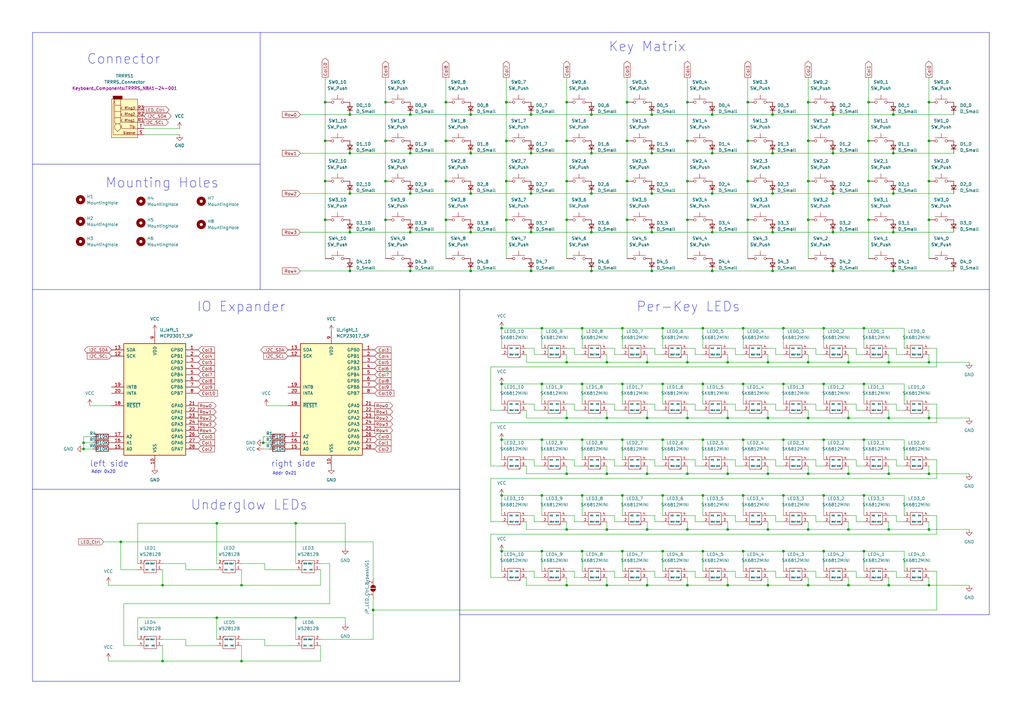
<source format=kicad_sch>
(kicad_sch (version 20231120) (generator "eeschema") (generator_version "8.0")
  (paper "A3")
  (junction (at 222.25 226.06))
  (junction (at 356.235 57.785))
  (junction (at 168.275 95.25))
  (junction (at 281.94 171.45))
  (junction (at 232.41 240.03))
  (junction (at 298.45 148.59))
  (junction (at 242.57 95.25))
  (junction (at 207.645 41.91))
  (junction (at 314.96 240.03))
  (junction (at 347.98 217.17))
  (junction (at 337.82 203.2))
  (junction (at 133.35 57.785))
  (junction (at 182.88 41.91))
  (junction (at 331.47 217.17))
  (junction (at 232.41 148.59))
  (junction (at 257.175 41.91))
  (junction (at 364.49 148.59))
  (junction (at 337.82 226.06))
  (junction (at 205.74 203.2))
  (junction (at 366.395 62.865))
  (junction (at 88.9 253.365))
  (junction (at 271.78 203.2))
  (junction (at 316.865 111.125))
  (junction (at 331.47 240.03))
  (junction (at 304.8 180.34))
  (junction (at 143.51 79.375))
  (junction (at 107.95 181.61))
  (junction (at 341.63 62.865))
  (junction (at 267.335 62.865))
  (junction (at 292.1 62.865))
  (junction (at 306.705 74.295))
  (junction (at 331.47 74.295))
  (junction (at 321.31 134.62))
  (junction (at 267.335 79.375))
  (junction (at 232.41 57.785))
  (junction (at 331.47 57.785))
  (junction (at 316.865 95.25))
  (junction (at 321.31 157.48))
  (junction (at 356.235 41.91))
  (junction (at 356.235 74.295))
  (junction (at 255.27 226.06))
  (junction (at 271.78 226.06))
  (junction (at 217.805 62.865))
  (junction (at 168.275 111.125))
  (junction (at 265.43 240.03))
  (junction (at 238.76 134.62))
  (junction (at 238.76 180.34))
  (junction (at 182.88 57.785))
  (junction (at 121.285 214.63))
  (junction (at 331.47 148.59))
  (junction (at 347.98 194.31))
  (junction (at 255.27 157.48))
  (junction (at 288.29 226.06))
  (junction (at 255.27 134.62))
  (junction (at 143.51 62.865))
  (junction (at 381 74.295))
  (junction (at 381 171.45))
  (junction (at 242.57 62.865))
  (junction (at 306.705 41.91))
  (junction (at 217.805 111.125))
  (junction (at 347.98 148.59))
  (junction (at 133.35 41.91))
  (junction (at 271.78 134.62))
  (junction (at 354.33 180.34))
  (junction (at 257.175 74.295))
  (junction (at 248.92 194.31))
  (junction (at 248.92 171.45))
  (junction (at 381 41.91))
  (junction (at 207.645 57.785))
  (junction (at 354.33 226.06))
  (junction (at 354.33 157.48))
  (junction (at 121.285 253.365))
  (junction (at 222.25 134.62))
  (junction (at 306.705 57.785))
  (junction (at 281.94 57.785))
  (junction (at 248.92 148.59))
  (junction (at 207.645 90.17))
  (junction (at 298.45 194.31))
  (junction (at 281.94 217.17))
  (junction (at 331.47 171.45))
  (junction (at 314.96 217.17))
  (junction (at 306.705 90.17))
  (junction (at 356.235 90.17))
  (junction (at 341.63 79.375))
  (junction (at 168.275 46.99))
  (junction (at 267.335 95.25))
  (junction (at 281.94 240.03))
  (junction (at 232.41 194.31))
  (junction (at 281.94 74.295))
  (junction (at 158.115 90.17))
  (junction (at 381 57.785))
  (junction (at 217.805 79.375))
  (junction (at 281.94 90.17))
  (junction (at 143.51 46.99))
  (junction (at 281.94 148.59))
  (junction (at 99.06 271.145))
  (junction (at 207.645 74.295))
  (junction (at 153.035 250.19))
  (junction (at 255.27 180.34))
  (junction (at 292.1 111.125))
  (junction (at 366.395 79.375))
  (junction (at 222.25 203.2))
  (junction (at 265.43 148.59))
  (junction (at 337.82 180.34))
  (junction (at 66.675 271.145))
  (junction (at 168.275 62.865))
  (junction (at 381 217.17))
  (junction (at 158.115 74.295))
  (junction (at 88.9 214.63))
  (junction (at 49.53 222.25))
  (junction (at 331.47 41.91))
  (junction (at 292.1 95.25))
  (junction (at 143.51 95.25))
  (junction (at 271.78 157.48))
  (junction (at 347.98 171.45))
  (junction (at 158.115 41.91))
  (junction (at 304.8 203.2))
  (junction (at 265.43 194.31))
  (junction (at 66.675 240.03))
  (junction (at 381 194.31))
  (junction (at 232.41 74.295))
  (junction (at 331.47 194.31))
  (junction (at 366.395 46.99))
  (junction (at 381 148.59))
  (junction (at 238.76 203.2))
  (junction (at 242.57 79.375))
  (junction (at 304.8 157.48))
  (junction (at 158.115 57.785))
  (junction (at 222.25 180.34))
  (junction (at 257.175 90.17))
  (junction (at 298.45 240.03))
  (junction (at 292.1 79.375))
  (junction (at 182.88 90.17))
  (junction (at 193.04 79.375))
  (junction (at 288.29 134.62))
  (junction (at 347.98 240.03))
  (junction (at 364.49 240.03))
  (junction (at 316.865 62.865))
  (junction (at 238.76 226.06))
  (junction (at 304.8 226.06))
  (junction (at 341.63 111.125))
  (junction (at 321.31 226.06))
  (junction (at 242.57 111.125))
  (junction (at 193.04 62.865))
  (junction (at 366.395 111.125))
  (junction (at 205.74 157.48))
  (junction (at 316.865 79.375))
  (junction (at 217.805 95.25))
  (junction (at 298.45 217.17))
  (junction (at 217.805 46.99))
  (junction (at 257.175 57.785))
  (junction (at 99.06 240.03))
  (junction (at 364.49 194.31))
  (junction (at 316.865 46.99))
  (junction (at 168.275 79.375))
  (junction (at 314.96 194.31))
  (junction (at 271.78 180.34))
  (junction (at 381 240.03))
  (junction (at 281.94 194.31))
  (junction (at 182.88 74.295))
  (junction (at 34.29 184.15))
  (junction (at 238.76 157.48))
  (junction (at 222.25 157.48))
  (junction (at 288.29 180.34))
  (junction (at 281.94 41.91))
  (junction (at 304.8 134.62))
  (junction (at 133.35 90.17))
  (junction (at 337.82 157.48))
  (junction (at 267.335 111.125))
  (junction (at 331.47 90.17))
  (junction (at 193.04 46.99))
  (junction (at 255.27 203.2))
  (junction (at 341.63 46.99))
  (junction (at 298.45 171.45))
  (junction (at 265.43 217.17))
  (junction (at 366.395 95.25))
  (junction (at 205.74 226.06))
  (junction (at 232.41 217.17))
  (junction (at 205.74 134.62))
  (junction (at 314.96 148.59))
  (junction (at 288.29 203.2))
  (junction (at 314.96 171.45))
  (junction (at 267.335 46.99))
  (junction (at 354.33 203.2))
  (junction (at 321.31 180.34))
  (junction (at 193.04 95.25))
  (junction (at 232.41 171.45))
  (junction (at 265.43 171.45))
  (junction (at 242.57 46.99))
  (junction (at 232.41 41.91))
  (junction (at 232.41 90.17))
  (junction (at 354.33 134.62))
  (junction (at 133.35 74.295))
  (junction (at 34.29 181.61))
  (junction (at 248.92 240.03))
  (junction (at 364.49 171.45))
  (junction (at 337.82 134.62))
  (junction (at 364.49 217.17))
  (junction (at 288.29 157.48))
  (junction (at 381 90.17))
  (junction (at 143.51 111.125))
  (junction (at 341.63 95.25))
  (junction (at 248.92 217.17))
  (junction (at 205.74 180.34))
  (junction (at 321.31 203.2))
  (junction (at 292.1 46.99))
  (junction (at 193.04 111.125))
  (wire (pts (xy 66.675 271.145) (xy 99.06 271.145)))
  (wire (pts (xy 334.645 211.455) (xy 334.645 213.995)))
  (wire (pts (xy 314.96 194.31) (xy 331.47 194.31)))
  (wire (pts (xy 131.445 262.255) (xy 153.035 262.255)))
  (wire (pts (xy 331.47 165.735) (xy 334.645 165.735)))
  (polyline (pts (xy 13.335 200.66) (xy 188.595 200.66)))
  (wire (pts (xy 384.175 250.19) (xy 153.035 250.19)))
  (wire (pts (xy 298.45 240.03) (xy 314.96 240.03)))
  (wire (pts (xy 133.35 31.75) (xy 133.35 41.91)))
  (wire (pts (xy 331.47 74.295) (xy 331.47 90.17)))
  (wire (pts (xy 292.1 111.125) (xy 316.865 111.125)))
  (wire (pts (xy 288.29 234.315) (xy 288.29 226.06)))
  (wire (pts (xy 257.175 41.91) (xy 257.175 57.785)))
  (wire (pts (xy 364.49 194.31) (xy 381 194.31)))
  (wire (pts (xy 384.175 219.075) (xy 384.175 211.455)))
  (wire (pts (xy 301.625 165.735) (xy 301.625 168.275)))
  (wire (pts (xy 347.98 142.875) (xy 351.155 142.875)))
  (wire (pts (xy 217.805 111.125) (xy 242.57 111.125)))
  (wire (pts (xy 292.1 62.865) (xy 316.865 62.865)))
  (wire (pts (xy 356.235 41.91) (xy 356.235 57.785)))
  (wire (pts (xy 356.235 31.75) (xy 356.235 41.91)))
  (wire (pts (xy 88.9 214.63) (xy 88.9 231.14)))
  (wire (pts (xy 59.055 55.245) (xy 73.66 55.245)))
  (wire (pts (xy 219.075 145.415) (xy 222.25 145.415)))
  (wire (pts (xy 201.295 219.075) (xy 384.175 219.075)))
  (wire (pts (xy 235.585 145.415) (xy 238.76 145.415)))
  (wire (pts (xy 133.35 41.91) (xy 133.35 57.785)))
  (wire (pts (xy 56.515 214.63) (xy 88.9 214.63)))
  (wire (pts (xy 182.88 41.91) (xy 182.88 57.785)))
  (wire (pts (xy 238.76 134.62) (xy 255.27 134.62)))
  (wire (pts (xy 381 90.17) (xy 381 106.045)))
  (wire (pts (xy 255.27 211.455) (xy 255.27 203.2)))
  (wire (pts (xy 66.675 231.14) (xy 76.2 231.14)))
  (wire (pts (xy 108.585 262.255) (xy 108.585 264.795)))
  (wire (pts (xy 99.06 262.255) (xy 108.585 262.255)))
  (wire (pts (xy 121.285 253.365) (xy 121.285 262.255)))
  (wire (pts (xy 215.9 148.59) (xy 232.41 148.59)))
  (wire (pts (xy 292.1 79.375) (xy 316.865 79.375)))
  (wire (pts (xy 110.49 179.07) (xy 107.95 179.07)))
  (wire (pts (xy 265.43 191.135) (xy 265.43 194.31)))
  (wire (pts (xy 341.63 62.865) (xy 366.395 62.865)))
  (wire (pts (xy 381 194.31) (xy 397.51 194.31)))
  (wire (pts (xy 205.74 157.48) (xy 222.25 157.48)))
  (wire (pts (xy 271.78 157.48) (xy 288.29 157.48)))
  (wire (pts (xy 285.115 188.595) (xy 285.115 191.135)))
  (wire (pts (xy 331.47 213.995) (xy 331.47 217.17)))
  (wire (pts (xy 347.98 194.31) (xy 364.49 194.31)))
  (wire (pts (xy 314.96 240.03) (xy 331.47 240.03)))
  (wire (pts (xy 314.96 236.855) (xy 314.96 240.03)))
  (wire (pts (xy 66.675 233.68) (xy 66.675 240.03)))
  (wire (pts (xy 367.665 236.855) (xy 370.84 236.855)))
  (wire (pts (xy 143.51 62.865) (xy 168.275 62.865)))
  (wire (pts (xy 331.47 234.315) (xy 334.645 234.315)))
  (wire (pts (xy 109.22 166.37) (xy 118.11 166.37)))
  (wire (pts (xy 301.625 188.595) (xy 301.625 191.135)))
  (wire (pts (xy 301.625 191.135) (xy 304.8 191.135)))
  (wire (pts (xy 304.8 211.455) (xy 304.8 203.2)))
  (wire (pts (xy 351.155 191.135) (xy 354.33 191.135)))
  (wire (pts (xy 217.805 95.25) (xy 242.57 95.25)))
  (wire (pts (xy 347.98 188.595) (xy 351.155 188.595)))
  (wire (pts (xy 153.035 237.49) (xy 153.035 222.25)))
  (wire (pts (xy 242.57 95.25) (xy 267.335 95.25)))
  (wire (pts (xy 281.94 213.995) (xy 281.94 217.17)))
  (wire (pts (xy 331.47 240.03) (xy 347.98 240.03)))
  (wire (pts (xy 268.605 142.875) (xy 268.605 145.415)))
  (wire (pts (xy 364.49 168.275) (xy 364.49 171.45)))
  (wire (pts (xy 292.1 95.25) (xy 316.865 95.25)))
  (polyline (pts (xy 405.765 13.335) (xy 405.765 252.095)))
  (wire (pts (xy 222.25 226.06) (xy 238.76 226.06)))
  (wire (pts (xy 133.35 90.17) (xy 133.35 106.045)))
  (wire (pts (xy 222.25 142.875) (xy 222.25 134.62)))
  (wire (pts (xy 219.075 236.855) (xy 222.25 236.855)))
  (wire (pts (xy 370.84 211.455) (xy 370.84 203.2)))
  (wire (pts (xy 318.135 211.455) (xy 318.135 213.995)))
  (wire (pts (xy 235.585 211.455) (xy 235.585 213.995)))
  (wire (pts (xy 248.92 240.03) (xy 265.43 240.03)))
  (wire (pts (xy 265.43 217.17) (xy 281.94 217.17)))
  (wire (pts (xy 354.33 203.2) (xy 370.84 203.2)))
  (wire (pts (xy 384.175 173.355) (xy 384.175 165.735)))
  (wire (pts (xy 354.33 134.62) (xy 370.84 134.62)))
  (wire (pts (xy 248.92 234.315) (xy 252.095 234.315)))
  (wire (pts (xy 351.155 165.735) (xy 351.155 168.275)))
  (wire (pts (xy 205.74 236.855) (xy 201.295 236.855)))
  (wire (pts (xy 306.705 31.75) (xy 306.705 41.91)))
  (wire (pts (xy 271.78 180.34) (xy 288.29 180.34)))
  (wire (pts (xy 314.96 213.995) (xy 314.96 217.17)))
  (wire (pts (xy 219.075 211.455) (xy 219.075 213.995)))
  (wire (pts (xy 268.605 236.855) (xy 271.78 236.855)))
  (wire (pts (xy 347.98 165.735) (xy 351.155 165.735)))
  (wire (pts (xy 364.49 142.875) (xy 367.665 142.875)))
  (wire (pts (xy 158.115 41.91) (xy 158.115 57.785)))
  (wire (pts (xy 76.2 233.68) (xy 88.9 233.68)))
  (wire (pts (xy 366.395 46.99) (xy 391.16 46.99)))
  (wire (pts (xy 153.035 245.11) (xy 153.035 250.19)))
  (wire (pts (xy 281.94 191.135) (xy 281.94 194.31)))
  (wire (pts (xy 306.705 74.295) (xy 306.705 90.17)))
  (wire (pts (xy 66.675 262.255) (xy 76.2 262.255)))
  (polyline (pts (xy 188.595 279.4) (xy 13.335 279.4)))
  (wire (pts (xy 364.49 240.03) (xy 381 240.03)))
  (wire (pts (xy 281.94 236.855) (xy 281.94 240.03)))
  (wire (pts (xy 292.1 46.99) (xy 316.865 46.99)))
  (wire (pts (xy 364.49 188.595) (xy 367.665 188.595)))
  (wire (pts (xy 288.29 188.595) (xy 288.29 180.34)))
  (wire (pts (xy 271.78 188.595) (xy 271.78 180.34)))
  (wire (pts (xy 252.095 165.735) (xy 252.095 168.275)))
  (wire (pts (xy 108.585 231.14) (xy 108.585 233.68)))
  (wire (pts (xy 217.805 79.375) (xy 242.57 79.375)))
  (wire (pts (xy 370.84 234.315) (xy 370.84 226.06)))
  (wire (pts (xy 367.665 168.275) (xy 370.84 168.275)))
  (wire (pts (xy 351.155 188.595) (xy 351.155 191.135)))
  (wire (pts (xy 341.63 95.25) (xy 366.395 95.25)))
  (wire (pts (xy 321.31 226.06) (xy 337.82 226.06)))
  (wire (pts (xy 215.9 142.875) (xy 219.075 142.875)))
  (wire (pts (xy 42.545 222.25) (xy 49.53 222.25)))
  (wire (pts (xy 232.41 171.45) (xy 248.92 171.45)))
  (wire (pts (xy 248.92 194.31) (xy 265.43 194.31)))
  (wire (pts (xy 354.33 226.06) (xy 370.84 226.06)))
  (wire (pts (xy 334.645 236.855) (xy 337.82 236.855)))
  (wire (pts (xy 337.82 226.06) (xy 354.33 226.06)))
  (wire (pts (xy 351.155 236.855) (xy 354.33 236.855)))
  (wire (pts (xy 321.31 188.595) (xy 321.31 180.34)))
  (wire (pts (xy 381 236.855) (xy 381 240.03)))
  (wire (pts (xy 219.075 165.735) (xy 219.075 168.275)))
  (wire (pts (xy 304.8 142.875) (xy 304.8 134.62)))
  (wire (pts (xy 248.92 213.995) (xy 248.92 217.17)))
  (wire (pts (xy 108.585 264.795) (xy 121.285 264.795)))
  (wire (pts (xy 242.57 111.125) (xy 267.335 111.125)))
  (wire (pts (xy 318.135 213.995) (xy 321.31 213.995)))
  (wire (pts (xy 288.29 203.2) (xy 304.8 203.2)))
  (polyline (pts (xy 188.595 200.66) (xy 188.595 279.4)))
  (wire (pts (xy 232.41 90.17) (xy 232.41 106.045)))
  (wire (pts (xy 321.31 234.315) (xy 321.31 226.06)))
  (wire (pts (xy 265.43 168.275) (xy 265.43 171.45)))
  (wire (pts (xy 50.8 247.65) (xy 135.255 247.65)))
  (wire (pts (xy 334.645 188.595) (xy 334.645 191.135)))
  (wire (pts (xy 66.675 240.03) (xy 99.06 240.03)))
  (wire (pts (xy 347.98 236.855) (xy 347.98 240.03)))
  (wire (pts (xy 222.25 180.34) (xy 238.76 180.34)))
  (wire (pts (xy 306.705 41.91) (xy 306.705 57.785)))
  (wire (pts (xy 367.665 145.415) (xy 370.84 145.415)))
  (wire (pts (xy 248.92 211.455) (xy 252.095 211.455)))
  (wire (pts (xy 44.45 270.51) (xy 44.45 271.145)))
  (wire (pts (xy 248.92 191.135) (xy 248.92 194.31)))
  (wire (pts (xy 281.94 57.785) (xy 281.94 74.295)))
  (wire (pts (xy 384.175 142.875) (xy 384.175 150.495)))
  (wire (pts (xy 285.115 234.315) (xy 285.115 236.855)))
  (wire (pts (xy 370.84 188.595) (xy 370.84 180.34)))
  (wire (pts (xy 265.43 142.875) (xy 268.605 142.875)))
  (wire (pts (xy 281.94 188.595) (xy 285.115 188.595)))
  (wire (pts (xy 381 165.735) (xy 384.175 165.735)))
  (polyline (pts (xy 13.335 13.335) (xy 13.335 200.66)))
  (wire (pts (xy 219.075 142.875) (xy 219.075 145.415)))
  (wire (pts (xy 301.625 142.875) (xy 301.625 145.415)))
  (wire (pts (xy 215.9 188.595) (xy 219.075 188.595)))
  (polyline (pts (xy 13.335 13.335) (xy 405.765 13.335)))
  (wire (pts (xy 314.96 145.415) (xy 314.96 148.59)))
  (wire (pts (xy 252.095 234.315) (xy 252.095 236.855)))
  (wire (pts (xy 285.115 168.275) (xy 288.29 168.275)))
  (wire (pts (xy 232.41 188.595) (xy 235.585 188.595)))
  (wire (pts (xy 193.04 46.99) (xy 217.805 46.99)))
  (wire (pts (xy 314.96 142.875) (xy 318.135 142.875)))
  (wire (pts (xy 207.645 31.75) (xy 207.645 41.91)))
  (wire (pts (xy 298.45 211.455) (xy 301.625 211.455)))
  (wire (pts (xy 201.295 196.215) (xy 384.175 196.215)))
  (wire (pts (xy 301.625 145.415) (xy 304.8 145.415)))
  (wire (pts (xy 347.98 211.455) (xy 351.155 211.455)))
  (wire (pts (xy 238.76 157.48) (xy 255.27 157.48)))
  (wire (pts (xy 257.175 57.785) (xy 257.175 74.295)))
  (wire (pts (xy 354.33 165.735) (xy 354.33 157.48)))
  (wire (pts (xy 351.155 234.315) (xy 351.155 236.855)))
  (wire (pts (xy 281.94 148.59) (xy 298.45 148.59)))
  (wire (pts (xy 205.74 191.135) (xy 201.295 191.135)))
  (wire (pts (xy 34.29 181.61) (xy 34.29 184.15)))
  (wire (pts (xy 265.43 240.03) (xy 281.94 240.03)))
  (wire (pts (xy 205.74 165.735) (xy 205.74 157.48)))
  (wire (pts (xy 182.88 57.785) (xy 182.88 74.295)))
  (wire (pts (xy 381 211.455) (xy 384.175 211.455)))
  (wire (pts (xy 341.63 46.99) (xy 366.395 46.99)))
  (wire (pts (xy 370.84 165.735) (xy 370.84 157.48)))
  (wire (pts (xy 215.9 217.17) (xy 232.41 217.17)))
  (wire (pts (xy 314.96 188.595) (xy 318.135 188.595)))
  (wire (pts (xy 265.43 236.855) (xy 265.43 240.03)))
  (wire (pts (xy 351.155 211.455) (xy 351.155 213.995)))
  (wire (pts (xy 49.53 233.68) (xy 56.515 233.68)))
  (wire (pts (xy 168.275 95.25) (xy 193.04 95.25)))
  (wire (pts (xy 242.57 46.99) (xy 267.335 46.99)))
  (wire (pts (xy 304.8 134.62) (xy 321.31 134.62)))
  (wire (pts (xy 356.235 74.295) (xy 356.235 90.17)))
  (wire (pts (xy 50.8 247.65) (xy 50.8 264.795)))
  (wire (pts (xy 381 213.995) (xy 381 217.17)))
  (wire (pts (xy 304.8 226.06) (xy 321.31 226.06)))
  (wire (pts (xy 205.74 180.34) (xy 222.25 180.34)))
  (wire (pts (xy 271.78 226.06) (xy 288.29 226.06)))
  (wire (pts (xy 331.47 211.455) (xy 334.645 211.455)))
  (wire (pts (xy 381 217.17) (xy 397.51 217.17)))
  (wire (pts (xy 76.2 264.795) (xy 88.9 264.795)))
  (wire (pts (xy 248.92 165.735) (xy 252.095 165.735)))
  (wire (pts (xy 331.47 217.17) (xy 347.98 217.17)))
  (wire (pts (xy 232.41 57.785) (xy 232.41 74.295)))
  (wire (pts (xy 248.92 168.275) (xy 248.92 171.45)))
  (wire (pts (xy 76.2 262.255) (xy 76.2 264.795)))
  (wire (pts (xy 131.445 231.14) (xy 135.255 231.14)))
  (wire (pts (xy 257.175 74.295) (xy 257.175 90.17)))
  (wire (pts (xy 255.27 165.735) (xy 255.27 157.48)))
  (polyline (pts (xy 13.335 200.66) (xy 13.335 279.4)))
  (wire (pts (xy 248.92 236.855) (xy 248.92 240.03)))
  (wire (pts (xy 331.47 168.275) (xy 331.47 171.45)))
  (wire (pts (xy 217.805 46.99) (xy 242.57 46.99)))
  (wire (pts (xy 207.645 90.17) (xy 207.645 106.045)))
  (wire (pts (xy 285.115 236.855) (xy 288.29 236.855)))
  (wire (pts (xy 168.275 111.125) (xy 193.04 111.125)))
  (wire (pts (xy 301.625 211.455) (xy 301.625 213.995)))
  (wire (pts (xy 215.9 194.31) (xy 232.41 194.31)))
  (wire (pts (xy 205.74 142.875) (xy 205.74 134.62)))
  (wire (pts (xy 285.115 213.995) (xy 288.29 213.995)))
  (wire (pts (xy 318.135 142.875) (xy 318.135 145.415)))
  (wire (pts (xy 238.76 165.735) (xy 238.76 157.48)))
  (wire (pts (xy 354.33 211.455) (xy 354.33 203.2)))
  (wire (pts (xy 318.135 234.315) (xy 318.135 236.855)))
  (wire (pts (xy 318.135 188.595) (xy 318.135 191.135)))
  (wire (pts (xy 268.605 213.995) (xy 271.78 213.995)))
  (wire (pts (xy 255.27 134.62) (xy 271.78 134.62)))
  (wire (pts (xy 44.45 271.145) (xy 66.675 271.145)))
  (wire (pts (xy 281.94 194.31) (xy 298.45 194.31)))
  (wire (pts (xy 331.47 145.415) (xy 331.47 148.59)))
  (wire (pts (xy 34.29 184.15) (xy 38.1 184.15)))
  (wire (pts (xy 367.665 142.875) (xy 367.665 145.415)))
  (wire (pts (xy 267.335 62.865) (xy 292.1 62.865)))
  (wire (pts (xy 341.63 111.125) (xy 366.395 111.125)))
  (wire (pts (xy 232.41 142.875) (xy 235.585 142.875)))
  (wire (pts (xy 334.645 165.735) (xy 334.645 168.275)))
  (wire (pts (xy 59.055 52.705) (xy 73.66 52.705)))
  (wire (pts (xy 123.19 79.375) (xy 143.51 79.375)))
  (wire (pts (xy 168.275 79.375) (xy 193.04 79.375)))
  (wire (pts (xy 153.035 250.19) (xy 153.035 262.255)))
  (wire (pts (xy 381 191.135) (xy 381 194.31)))
  (wire (pts (xy 366.395 95.25) (xy 391.16 95.25)))
  (wire (pts (xy 301.625 168.275) (xy 304.8 168.275)))
  (wire (pts (xy 384.175 196.215) (xy 384.175 188.595)))
  (wire (pts (xy 285.115 142.875) (xy 285.115 145.415)))
  (wire (pts (xy 257.175 31.75) (xy 257.175 41.91)))
  (wire (pts (xy 255.27 203.2) (xy 271.78 203.2)))
  (wire (pts (xy 367.665 188.595) (xy 367.665 191.135)))
  (wire (pts (xy 381 145.415) (xy 381 148.59)))
  (wire (pts (xy 232.41 236.855) (xy 232.41 240.03)))
  (wire (pts (xy 44.45 239.395) (xy 44.45 240.03)))
  (wire (pts (xy 354.33 180.34) (xy 370.84 180.34)))
  (wire (pts (xy 364.49 165.735) (xy 367.665 165.735)))
  (wire (pts (xy 252.095 213.995) (xy 255.27 213.995)))
  (wire (pts (xy 354.33 234.315) (xy 354.33 226.06)))
  (wire (pts (xy 207.645 57.785) (xy 207.645 74.295)))
  (wire (pts (xy 331.47 31.75) (xy 331.47 41.91)))
  (wire (pts (xy 205.74 211.455) (xy 205.74 203.2)))
  (wire (pts (xy 222.25 134.62) (xy 238.76 134.62)))
  (wire (pts (xy 207.645 41.91) (xy 207.645 57.785)))
  (wire (pts (xy 298.45 213.995) (xy 298.45 217.17)))
  (wire (pts (xy 38.1 179.07) (xy 34.29 179.07)))
  (wire (pts (xy 201.295 173.355) (xy 201.295 191.135)))
  (wire (pts (xy 364.49 171.45) (xy 381 171.45)))
  (wire (pts (xy 268.605 188.595) (xy 268.605 191.135)))
  (wire (pts (xy 219.075 213.995) (xy 222.25 213.995)))
  (wire (pts (xy 107.95 184.15) (xy 110.49 184.15)))
  (wire (pts (xy 314.96 171.45) (xy 331.47 171.45)))
  (wire (pts (xy 366.395 62.865) (xy 391.16 62.865)))
  (wire (pts (xy 232.41 240.03) (xy 248.92 240.03)))
  (wire (pts (xy 334.645 142.875) (xy 334.645 145.415)))
  (wire (pts (xy 285.115 191.135) (xy 288.29 191.135)))
  (wire (pts (xy 201.295 150.495) (xy 384.175 150.495)))
  (wire (pts (xy 268.605 168.275) (xy 271.78 168.275)))
  (wire (pts (xy 182.88 31.75) (xy 182.88 41.91)))
  (wire (pts (xy 123.19 62.865) (xy 143.51 62.865)))
  (wire (pts (xy 331.47 41.91) (xy 331.47 57.785)))
  (wire (pts (xy 56.515 262.255) (xy 56.515 253.365)))
  (wire (pts (xy 36.83 166.37) (xy 45.72 166.37)))
  (wire (pts (xy 337.82 188.595) (xy 337.82 180.34)))
  (wire (pts (xy 235.585 188.595) (xy 235.585 191.135)))
  (wire (pts (xy 255.27 157.48) (xy 271.78 157.48)))
  (wire (pts (xy 381 31.75) (xy 381 41.91)))
  (wire (pts (xy 285.115 145.415) (xy 288.29 145.415)))
  (wire (pts (xy 232.41 194.31) (xy 248.92 194.31)))
  (wire (pts (xy 337.82 142.875) (xy 337.82 134.62)))
  (wire (pts (xy 321.31 203.2) (xy 337.82 203.2)))
  (wire (pts (xy 306.705 90.17) (xy 306.705 106.045)))
  (wire (pts (xy 331.47 188.595) (xy 334.645 188.595)))
  (wire (pts (xy 298.45 145.415) (xy 298.45 148.59)))
  (wire (pts (xy 201.295 173.355) (xy 384.175 173.355)))
  (wire (pts (xy 88.9 253.365) (xy 121.285 253.365)))
  (wire (pts (xy 316.865 79.375) (xy 341.63 79.375)))
  (wire (pts (xy 268.605 211.455) (xy 268.605 213.995)))
  (wire (pts (xy 334.645 234.315) (xy 334.645 236.855)))
  (wire (pts (xy 281.94 145.415) (xy 281.94 148.59)))
  (wire (pts (xy 356.235 57.785) (xy 356.235 74.295)))
  (wire (pts (xy 364.49 211.455) (xy 367.665 211.455)))
  (wire (pts (xy 182.88 74.295) (xy 182.88 90.17)))
  (wire (pts (xy 222.25 188.595) (xy 222.25 180.34)))
  (wire (pts (xy 381 188.595) (xy 384.175 188.595)))
  (wire (pts (xy 281.94 234.315) (xy 285.115 234.315)))
  (wire (pts (xy 232.41 211.455) (xy 235.585 211.455)))
  (wire (pts (xy 288.29 180.34) (xy 304.8 180.34)))
  (wire (pts (xy 271.78 142.875) (xy 271.78 134.62)))
  (wire (pts (xy 321.31 211.455) (xy 321.31 203.2)))
  (wire (pts (xy 248.92 171.45) (xy 265.43 171.45)))
  (wire (pts (xy 281.94 90.17) (xy 281.94 106.045)))
  (wire (pts (xy 257.175 90.17) (xy 257.175 106.045)))
  (wire (pts (xy 268.605 165.735) (xy 268.605 168.275)))
  (wire (pts (xy 215.9 145.415) (xy 215.9 148.59)))
  (wire (pts (xy 347.98 217.17) (xy 364.49 217.17)))
  (wire (pts (xy 232.41 213.995) (xy 232.41 217.17)))
  (wire (pts (xy 205.74 203.2) (xy 222.25 203.2)))
  (wire (pts (xy 123.19 46.99) (xy 143.51 46.99)))
  (wire (pts (xy 193.04 95.25) (xy 217.805 95.25)))
  (wire (pts (xy 356.235 90.17) (xy 356.235 106.045)))
  (wire (pts (xy 331.47 90.17) (xy 331.47 106.045)))
  (polyline (pts (xy 188.595 252.095) (xy 188.595 118.745)))
  (wire (pts (xy 281.94 142.875) (xy 285.115 142.875)))
  (wire (pts (xy 347.98 168.275) (xy 347.98 171.45)))
  (wire (pts (xy 318.135 191.135) (xy 321.31 191.135)))
  (wire (pts (xy 99.06 240.03) (xy 131.445 240.03)))
  (wire (pts (xy 341.63 79.375) (xy 366.395 79.375)))
  (wire (pts (xy 215.9 240.03) (xy 232.41 240.03)))
  (wire (pts (xy 219.075 168.275) (xy 222.25 168.275)))
  (wire (pts (xy 242.57 62.865) (xy 267.335 62.865)))
  (wire (pts (xy 347.98 148.59) (xy 364.49 148.59)))
  (wire (pts (xy 265.43 194.31) (xy 281.94 194.31)))
  (wire (pts (xy 158.115 31.75) (xy 158.115 41.91)))
  (wire (pts (xy 232.41 145.415) (xy 232.41 148.59)))
  (wire (pts (xy 131.445 233.68) (xy 131.445 240.03)))
  (wire (pts (xy 364.49 145.415) (xy 364.49 148.59)))
  (wire (pts (xy 238.76 211.455) (xy 238.76 203.2)))
  (wire (pts (xy 288.29 211.455) (xy 288.29 203.2)))
  (wire (pts (xy 215.9 191.135) (xy 215.9 194.31)))
  (wire (pts (xy 334.645 213.995) (xy 337.82 213.995)))
  (wire (pts (xy 268.605 191.135) (xy 271.78 191.135)))
  (wire (pts (xy 235.585 236.855) (xy 238.76 236.855)))
  (wire (pts (xy 182.88 90.17) (xy 182.88 106.045)))
  (wire (pts (xy 143.51 111.125) (xy 168.275 111.125)))
  (wire (pts (xy 121.285 214.63) (xy 121.285 231.14)))
  (wire (pts (xy 222.25 165.735) (xy 222.25 157.48)))
  (wire (pts (xy 337.82 203.2) (xy 354.33 203.2)))
  (wire (pts (xy 168.275 46.99) (xy 193.04 46.99)))
  (wire (pts (xy 331.47 57.785) (xy 331.47 74.295)))
  (wire (pts (xy 364.49 148.59) (xy 381 148.59)))
  (wire (pts (xy 298.45 165.735) (xy 301.625 165.735)))
  (wire (pts (xy 217.805 62.865) (xy 242.57 62.865)))
  (wire (pts (xy 248.92 142.875) (xy 252.095 142.875)))
  (wire (pts (xy 268.605 145.415) (xy 271.78 145.415)))
  (wire (pts (xy 235.585 165.735) (xy 235.585 168.275)))
  (wire (pts (xy 222.25 234.315) (xy 222.25 226.06)))
  (wire (pts (xy 281.94 240.03) (xy 298.45 240.03)))
  (wire (pts (xy 318.135 168.275) (xy 321.31 168.275)))
  (wire (pts (xy 316.865 111.125) (xy 341.63 111.125)))
  (wire (pts (xy 34.29 181.61) (xy 38.1 181.61)))
  (wire (pts (xy 304.8 157.48) (xy 321.31 157.48)))
  (wire (pts (xy 158.115 90.17) (xy 158.115 106.045)))
  (wire (pts (xy 298.45 188.595) (xy 301.625 188.595)))
  (wire (pts (xy 321.31 180.34) (xy 337.82 180.34)))
  (wire (pts (xy 215.9 236.855) (xy 215.9 240.03)))
  (wire (pts (xy 298.45 191.135) (xy 298.45 194.31)))
  (wire (pts (xy 301.625 234.315) (xy 301.625 236.855)))
  (wire (pts (xy 252.095 168.275) (xy 255.27 168.275)))
  (wire (pts (xy 347.98 171.45) (xy 364.49 171.45)))
  (wire (pts (xy 56.515 253.365) (xy 88.9 253.365)))
  (wire (pts (xy 321.31 142.875) (xy 321.31 134.62)))
  (wire (pts (xy 207.645 74.295) (xy 207.645 90.17)))
  (wire (pts (xy 381 41.91) (xy 381 57.785)))
  (wire (pts (xy 88.9 214.63) (xy 121.285 214.63)))
  (wire (pts (xy 304.8 234.315) (xy 304.8 226.06)))
  (wire (pts (xy 281.94 74.295) (xy 281.94 90.17)))
  (wire (pts (xy 381 148.59) (xy 397.51 148.59)))
  (wire (pts (xy 252.095 236.855) (xy 255.27 236.855)))
  (wire (pts (xy 331.47 171.45) (xy 347.98 171.45)))
  (wire (pts (xy 331.47 191.135) (xy 331.47 194.31)))
  (wire (pts (xy 314.96 217.17) (xy 331.47 217.17)))
  (wire (pts (xy 255.27 142.875) (xy 255.27 134.62)))
  (wire (pts (xy 370.84 142.875) (xy 370.84 134.62)))
  (wire (pts (xy 271.78 165.735) (xy 271.78 157.48)))
  (wire (pts (xy 267.335 111.125) (xy 292.1 111.125)))
  (wire (pts (xy 232.41 234.315) (xy 235.585 234.315)))
  (wire (pts (xy 222.25 157.48) (xy 238.76 157.48)))
  (wire (pts (xy 232.41 217.17) (xy 248.92 217.17)))
  (wire (pts (xy 232.41 168.275) (xy 232.41 171.45)))
  (wire (pts (xy 235.585 213.995) (xy 238.76 213.995)))
  (wire (pts (xy 367.665 213.995) (xy 370.84 213.995)))
  (wire (pts (xy 318.135 165.735) (xy 318.135 168.275)))
  (wire (pts (xy 301.625 236.855) (xy 304.8 236.855)))
  (polyline (pts (xy 106.68 13.335) (xy 106.68 118.745)))
  (wire (pts (xy 123.19 95.25) (xy 143.51 95.25)))
  (wire (pts (xy 141.605 214.63) (xy 141.605 224.79)))
  (wire (pts (xy 193.04 111.125) (xy 217.805 111.125)))
  (wire (pts (xy 306.705 57.785) (xy 306.705 74.295)))
  (wire (pts (xy 265.43 145.415) (xy 265.43 148.59)))
  (wire (pts (xy 271.78 203.2) (xy 288.29 203.2)))
  (wire (pts (xy 238.76 142.875) (xy 238.76 134.62)))
  (wire (pts (xy 331.47 194.31) (xy 347.98 194.31)))
  (wire (pts (xy 107.95 181.61) (xy 110.49 181.61)))
  (wire (pts (xy 255.27 234.315) (xy 255.27 226.06)))
  (wire (pts (xy 367.665 234.315) (xy 367.665 236.855)))
  (wire (pts (xy 88.9 253.365) (xy 88.9 262.255)))
  (wire (pts (xy 347.98 213.995) (xy 347.98 217.17)))
  (wire (pts (xy 235.585 168.275) (xy 238.76 168.275)))
  (wire (pts (xy 232.41 41.91) (xy 232.41 57.785)))
  (wire (pts (xy 238.76 234.315) (xy 238.76 226.06)))
  (wire (pts (xy 222.25 203.2) (xy 238.76 203.2)))
  (wire (pts (xy 143.51 95.25) (xy 168.275 95.25)))
  (wire (pts (xy 318.135 145.415) (xy 321.31 145.415)))
  (wire (pts (xy 205.74 234.315) (xy 205.74 226.06)))
  (wire (pts (xy 347.98 145.415) (xy 347.98 148.59)))
  (wire (pts (xy 381 168.275) (xy 381 171.45)))
  (wire (pts (xy 304.8 165.735) (xy 304.8 157.48)))
  (wire (pts (xy 201.295 196.215) (xy 201.295 213.995)))
  (wire (pts (xy 193.04 62.865) (xy 217.805 62.865)))
  (wire (pts (xy 44.45 240.03) (xy 66.675 240.03)))
  (wire (pts (xy 66.675 264.795) (xy 66.675 271.145)))
  (wire (pts (xy 304.8 180.34) (xy 321.31 180.34)))
  (wire (pts (xy 384.175 234.315) (xy 384.175 250.19)))
  (wire (pts (xy 298.45 171.45) (xy 314.96 171.45)))
  (wire (pts (xy 298.45 148.59) (xy 314.96 148.59)))
  (wire (pts (xy 255.27 188.595) (xy 255.27 180.34)))
  (wire (pts (xy 133.35 74.295) (xy 133.35 90.17)))
  (wire (pts (xy 99.06 264.795) (xy 99.06 271.145)))
  (wire (pts (xy 314.96 234.315) (xy 318.135 234.315)))
  (wire (pts (xy 153.035 222.25) (xy 49.53 222.25)))
  (wire (pts (xy 255.27 226.06) (xy 271.78 226.06)))
  (wire (pts (xy 281.94 211.455) (xy 285.115 211.455)))
  (wire (pts (xy 123.19 111.125) (xy 143.51 111.125)))
  (polyline (pts (xy 405.765 252.095) (xy 188.595 252.095)))
  (wire (pts (xy 121.285 253.365) (xy 141.605 253.365)))
  (wire (pts (xy 334.645 191.135) (xy 337.82 191.135)))
  (wire (pts (xy 314.96 191.135) (xy 314.96 194.31)))
  (wire (pts (xy 366.395 111.125) (xy 391.16 111.125)))
  (wire (pts (xy 201.295 150.495) (xy 201.295 168.275)))
  (wire (pts (xy 255.27 180.34) (xy 271.78 180.34)))
  (wire (pts (xy 133.35 57.785) (xy 133.35 74.295)))
  (wire (pts (xy 381 57.785) (xy 381 74.295)))
  (wire (pts (xy 267.335 46.99) (xy 292.1 46.99)))
  (wire (pts (xy 298.45 217.17) (xy 314.96 217.17)))
  (wire (pts (xy 252.095 211.455) (xy 252.095 213.995)))
  (wire (pts (xy 232.41 191.135) (xy 232.41 194.31)))
  (wire (pts (xy 265.43 188.595) (xy 268.605 188.595)))
  (wire (pts (xy 337.82 211.455) (xy 337.82 203.2)))
  (wire (pts (xy 238.76 226.06) (xy 255.27 226.06)))
  (wire (pts (xy 304.8 203.2) (xy 321.31 203.2)))
  (wire (pts (xy 367.665 211.455) (xy 367.665 213.995)))
  (wire (pts (xy 232.41 165.735) (xy 235.585 165.735)))
  (wire (pts (xy 141.605 253.365) (xy 141.605 255.905)))
  (wire (pts (xy 285.115 211.455) (xy 285.115 213.995)))
  (wire (pts (xy 215.9 165.735) (xy 219.075 165.735)))
  (wire (pts (xy 337.82 180.34) (xy 354.33 180.34)))
  (wire (pts (xy 235.585 142.875) (xy 235.585 145.415)))
  (wire (pts (xy 281.94 165.735) (xy 285.115 165.735)))
  (wire (pts (xy 288.29 142.875) (xy 288.29 134.62)))
  (polyline (pts (xy 13.335 118.745) (xy 405.765 118.745)))
  (wire (pts (xy 205.74 188.595) (xy 205.74 180.34)))
  (wire (pts (xy 50.8 264.795) (xy 56.515 264.795)))
  (wire (pts (xy 381 240.03) (xy 397.51 240.03)))
  (wire (pts (xy 367.665 165.735) (xy 367.665 168.275)))
  (wire (pts (xy 334.645 145.415) (xy 337.82 145.415)))
  (wire (pts (xy 232.41 31.75) (xy 232.41 41.91)))
  (wire (pts (xy 267.335 95.25) (xy 292.1 95.25)))
  (wire (pts (xy 281.94 168.275) (xy 281.94 171.45)))
  (wire (pts (xy 298.45 236.855) (xy 298.45 240.03)))
  (wire (pts (xy 331.47 148.59) (xy 347.98 148.59)))
  (wire (pts (xy 271.78 211.455) (xy 271.78 203.2)))
  (wire (pts (xy 265.43 234.315) (xy 268.605 234.315)))
  (wire (pts (xy 281.94 217.17) (xy 298.45 217.17)))
  (wire (pts (xy 347.98 191.135) (xy 347.98 194.31)))
  (wire (pts (xy 316.865 46.99) (xy 341.63 46.99)))
  (wire (pts (xy 314.96 165.735) (xy 318.135 165.735)))
  (wire (pts (xy 252.095 145.415) (xy 255.27 145.415)))
  (wire (pts (xy 252.095 191.135) (xy 255.27 191.135)))
  (wire (pts (xy 364.49 191.135) (xy 364.49 194.31)))
  (wire (pts (xy 168.275 62.865) (xy 193.04 62.865)))
  (wire (pts (xy 347.98 234.315) (xy 351.155 234.315)))
  (wire (pts (xy 219.075 234.315) (xy 219.075 236.855)))
  (wire (pts (xy 232.41 74.295) (xy 232.41 90.17)))
  (wire (pts (xy 238.76 180.34) (xy 255.27 180.34)))
  (wire (pts (xy 298.45 234.315) (xy 301.625 234.315)))
  (wire (pts (xy 316.865 95.25) (xy 341.63 95.25)))
  (wire (pts (xy 238.76 188.595) (xy 238.76 180.34)))
  (wire (pts (xy 367.665 191.135) (xy 370.84 191.135)))
  (wire (pts (xy 304.8 188.595) (xy 304.8 180.34)))
  (wire (pts (xy 222.25 211.455) (xy 222.25 203.2)))
  (wire (pts (xy 76.2 231.14) (xy 76.2 233.68)))
  (wire (pts (xy 364.49 236.855) (xy 364.49 240.03)))
  (wire (pts (xy 215.9 213.995) (xy 215.9 217.17)))
  (wire (pts (xy 354.33 188.595) (xy 354.33 180.34)))
  (wire (pts (xy 135.255 231.14) (xy 135.255 247.65)))
  (wire (pts (xy 281.94 171.45) (xy 298.45 171.45)))
  (wire (pts (xy 331.47 142.875) (xy 334.645 142.875)))
  (wire (pts (xy 143.51 79.375) (xy 168.275 79.375)))
  (wire (pts (xy 215.9 171.45) (xy 232.41 171.45)))
  (wire (pts (xy 205.74 213.995) (xy 201.295 213.995)))
  (wire (pts (xy 107.95 179.07) (xy 107.95 181.61)))
  (wire (pts (xy 381 142.875) (xy 384.175 142.875)))
  (wire (pts (xy 205.74 168.275) (xy 201.295 168.275)))
  (wire (pts (xy 381 234.315) (xy 384.175 234.315)))
  (wire (pts (xy 351.155 213.995) (xy 354.33 213.995)))
  (wire (pts (xy 49.53 222.25) (xy 49.53 233.68)))
  (wire (pts (xy 288.29 226.06) (xy 304.8 226.06)))
  (wire (pts (xy 334.645 168.275) (xy 337.82 168.275)))
  (wire (pts (xy 248.92 188.595) (xy 252.095 188.595)))
  (wire (pts (xy 252.095 188.595) (xy 252.095 191.135)))
  (wire (pts (xy 158.115 74.295) (xy 158.115 90.17)))
  (wire (pts (xy 238.76 203.2) (xy 255.27 203.2)))
  (wire (pts (xy 265.43 165.735) (xy 268.605 165.735)))
  (wire (pts (xy 265.43 211.455) (xy 268.605 211.455)))
  (wire (pts (xy 215.9 211.455) (xy 219.075 211.455)))
  (wire (pts (xy 314.96 168.275) (xy 314.96 171.45)))
  (wire (pts (xy 321.31 165.735) (xy 321.31 157.48)))
  (wire (pts (xy 248.92 145.415) (xy 248.92 148.59)))
  (wire (pts (xy 298.45 194.31) (xy 314.96 194.31)))
  (wire (pts (xy 252.095 142.875) (xy 252.095 145.415)))
  (wire (pts (xy 265.43 171.45) (xy 281.94 171.45)))
  (wire (pts (xy 301.625 213.995) (xy 304.8 213.995)))
  (wire (pts (xy 158.115 57.785) (xy 158.115 74.295)))
  (wire (pts (xy 337.82 157.48) (xy 354.33 157.48)))
  (wire (pts (xy 321.31 134.62) (xy 337.82 134.62)))
  (wire (pts (xy 235.585 191.135) (xy 238.76 191.135)))
  (wire (pts (xy 298.45 168.275) (xy 298.45 171.45)))
  (wire (pts (xy 99.06 231.14) (xy 108.585 231.14)))
  (wire (pts (xy 337.82 134.62) (xy 354.33 134.62)))
  (wire (pts (xy 201.295 219.075) (xy 201.295 236.855)))
  (wire (pts (xy 215.9 168.275) (xy 215.9 171.45)))
  (wire (pts (xy 265.43 148.59) (xy 281.94 148.59)))
  (wire (pts (xy 314.96 211.455) (xy 318.135 211.455)))
  (wire (pts (xy 331.47 236.855) (xy 331.47 240.03)))
  (wire (pts (xy 364.49 234.315) (xy 367.665 234.315)))
  (wire (pts (xy 347.98 240.03) (xy 364.49 240.03)))
  (wire (pts (xy 235.585 234.315) (xy 235.585 236.855)))
  (wire (pts (xy 351.155 145.415) (xy 354.33 145.415)))
  (wire (pts (xy 316.865 62.865) (xy 341.63 62.865)))
  (polyline (pts (xy 13.335 67.31) (xy 106.68 67.31)))
  (wire (pts (xy 281.94 41.91) (xy 281.94 57.785)))
  (wire (pts (xy 298.45 142.875) (xy 301.625 142.875)))
  (wire (pts (xy 321.31 157.48) (xy 337.82 157.48)))
  (wire (pts (xy 215.9 234.315) (xy 219.075 234.315)))
  (wire (pts (xy 351.155 168.275) (xy 354.33 168.275)))
  (wire (pts (xy 242.57 79.375) (xy 267.335 79.375)))
  (wire (pts (xy 318.135 236.855) (xy 321.31 236.855)))
  (wire (pts (xy 366.395 79.375) (xy 391.16 79.375)))
  (wire (pts (xy 99.06 233.68) (xy 99.06 240.03)))
  (wire (pts (xy 381 171.45) (xy 397.51 171.45)))
  (wire (pts (xy 56.515 231.14) (xy 56.515 214.63)))
  (wire (pts (xy 268.605 234.315) (xy 268.605 236.855)))
  (wire (pts (xy 271.78 134.62) (xy 288.29 134.62)))
  (wire (pts (xy 143.51 46.99) (xy 168.275 46.99)))
  (wire (pts (xy 337.82 165.735) (xy 337.82 157.48)))
  (wire (pts (xy 219.075 191.135) (xy 222.25 191.135)))
  (wire (pts (xy 108.585 233.68) (xy 121.285 233.68)))
  (wire (pts (xy 351.155 142.875) (xy 351.155 145.415)))
  (wire (pts (xy 337.82 234.315) (xy 337.82 226.06)))
  (wire (pts (xy 131.445 264.795) (xy 131.445 271.145)))
  (wire (pts (xy 219.075 188.595) (xy 219.075 191.135)))
  (wire (pts (xy 193.04 79.375) (xy 217.805 79.375)))
  (wire (pts (xy 281.94 31.75) (xy 281.94 41.91)))
  (wire (pts (xy 314.96 148.59) (xy 331.47 148.59)))
  (wire (pts (xy 248.92 148.59) (xy 265.43 148.59)))
  (wire (pts (xy 381 74.295) (xy 381 90.17)))
  (wire (pts (xy 121.285 214.63) (xy 141.605 214.63)))
  (wire (pts (xy 205.74 134.62) (xy 222.25 134.62)))
  (wire (pts (xy 271.78 234.315) (xy 271.78 226.06)))
  (wire (pts (xy 288.29 157.48) (xy 304.8 157.48)))
  (wire (pts (xy 205.74 226.06) (xy 222.25 226.06)))
  (wire (pts (xy 285.115 165.735) (xy 285.115 168.275)))
  (wire (pts (xy 34.29 179.07) (xy 34.29 181.61)))
  (wire (pts (xy 248.92 217.17) (xy 265.43 217.17)))
  (wire (pts (xy 267.335 79.375) (xy 292.1 79.375)))
  (wire (pts (xy 232.41 148.59) (xy 248.92 148.59)))
  (wire (pts (xy 99.06 271.145) (xy 131.445 271.145)))
  (wire (pts (xy 364.49 213.995) (xy 364.49 217.17)))
  (wire (pts (xy 354.33 157.48) (xy 370.84 157.48)))
  (wire (pts (xy 265.43 213.995) (xy 265.43 217.17)))
  (wire (pts (xy 354.33 142.875) (xy 354.33 134.62)))
  (wire (pts (xy 288.29 165.735) (xy 288.29 157.48)))
  (wire (pts (xy 288.29 134.62) (xy 304.8 134.62)))
  (wire (pts (xy 364.49 217.17) (xy 381 217.17)))
  (text "left side" (at 36.83 191.77 0) (effects (font (size 2.5 2.5)) (justify left bottom)))
  (text "IO Expander" (at 80.645 128.27 0) (effects (font (size 4 4)) (justify left bottom)))
  (text "Mounting Holes" (at 43.18 77.47 0) (effects (font (size 4 4)) (justify left bottom)))
  (text "right side" (at 111.125 191.77 0) (effects (font (size 2.5 2.5)) (justify left bottom)))
  (text "Underglow LEDs" (at 78.105 209.55 0) (effects (font (size 4 4)) (justify left bottom)))
  (text "Connector" (at 35.56 26.67 0) (effects (font (size 4 4)) (justify left bottom)))
  (text "Addr 0x20" (at 37.465 194.31 0) (effects (font (size 1.27 1.27)) (justify left bottom)))
  (text "Key Matrix" (at 249.555 21.59 0) (effects (font (size 4 4)) (justify left bottom)))
  (text "Addr 0x21" (at 111.76 194.945 0) (effects (font (size 1.27 1.27)) (justify left bottom)))
  (text "Per-Key LEDs" (at 260.985 128.27 0) (effects (font (size 4 4)) (justify left bottom)))
  (global_label "Col7" (shape input) (at 81.28 153.67 0) (property "Intersheetrefs" "${INTERSHEET_REFS}" (effects (hide yes))))
  (global_label "I2C_SCL" (shape input) (at 45.72 146.05 180) (property "Intersheetrefs" "${INTERSHEET_REFS}" (effects (hide yes))))
  (global_label "Col2" (shape output) (at 331.47 31.75 90) (property "Intersheetrefs" "${INTERSHEET_REFS}" (effects (hide yes))))
  (global_label "Row3" (shape output) (at 81.28 173.99 0) (property "Intersheetrefs" "${INTERSHEET_REFS}" (effects (hide yes))))
  (global_label "Col8" (shape input) (at 153.67 156.21 0) (property "Intersheetrefs" "${INTERSHEET_REFS}" (effects (hide yes))))
  (global_label "Row2" (shape output) (at 81.28 171.45 0) (property "Intersheetrefs" "${INTERSHEET_REFS}" (effects (hide yes))))
  (global_label "Row2" (shape input) (at 123.19 79.375 180) (property "Intersheetrefs" "${INTERSHEET_REFS}" (effects (hide yes))))
  (global_label "Col5" (shape output) (at 257.175 31.75 90) (property "Intersheetrefs" "${INTERSHEET_REFS}" (effects (hide yes))))
  (global_label "Col8" (shape input) (at 81.28 156.21 0) (property "Intersheetrefs" "${INTERSHEET_REFS}" (effects (hide yes))))
  (global_label "Col0" (shape output) (at 381 31.75 90) (property "Intersheetrefs" "${INTERSHEET_REFS}" (effects (hide yes))))
  (global_label "Row1" (shape output) (at 153.67 168.91 0) (property "Intersheetrefs" "${INTERSHEET_REFS}" (effects (hide yes))))
  (global_label "Col6" (shape input) (at 153.67 151.13 0) (property "Intersheetrefs" "${INTERSHEET_REFS}" (effects (hide yes))))
  (global_label "I2C_SDA" (shape bidirectional) (at 45.72 143.51 180) (property "Intersheetrefs" "${INTERSHEET_REFS}" (effects (hide yes))))
  (global_label "Row4" (shape input) (at 123.19 111.125 180) (property "Intersheetrefs" "${INTERSHEET_REFS}" (effects (hide yes))))
  (global_label "Col4" (shape output) (at 281.94 31.75 90) (property "Intersheetrefs" "${INTERSHEET_REFS}" (effects (hide yes))))
  (global_label "Col9" (shape input) (at 153.67 158.75 0) (property "Intersheetrefs" "${INTERSHEET_REFS}" (effects (hide yes))))
  (global_label "Col7" (shape input) (at 153.67 153.67 0) (property "Intersheetrefs" "${INTERSHEET_REFS}" (effects (hide yes))))
  (global_label "I2C_SCL" (shape output) (at 59.055 50.165 0) (property "Intersheetrefs" "${INTERSHEET_REFS}" (effects (hide yes))))
  (global_label "Row2" (shape output) (at 153.67 171.45 0) (property "Intersheetrefs" "${INTERSHEET_REFS}" (effects (hide yes))))
  (global_label "Col4" (shape input) (at 81.28 146.05 0) (property "Intersheetrefs" "${INTERSHEET_REFS}" (effects (hide yes))))
  (global_label "Col10" (shape output) (at 133.35 31.75 90) (property "Intersheetrefs" "${INTERSHEET_REFS}" (effects (hide yes))))
  (global_label "Col3" (shape input) (at 81.28 143.51 0) (property "Intersheetrefs" "${INTERSHEET_REFS}" (effects (hide yes))))
  (global_label "Row3" (shape output) (at 153.67 173.99 0) (property "Intersheetrefs" "${INTERSHEET_REFS}" (effects (hide yes))))
  (global_label "Col5" (shape input) (at 153.67 148.59 0) (property "Intersheetrefs" "${INTERSHEET_REFS}" (effects (hide yes))))
  (global_label "I2C_SCL" (shape input) (at 118.11 146.05 180) (property "Intersheetrefs" "${INTERSHEET_REFS}" (effects (hide yes))))
  (global_label "Col0" (shape input) (at 153.67 179.07 0) (property "Intersheetrefs" "${INTERSHEET_REFS}" (effects (hide yes))))
  (global_label "LED_Ctrl" (shape input) (at 42.545 222.25 180) (property "Intersheetrefs" "${INTERSHEET_REFS}" (effects (hide yes))))
  (global_label "Row1" (shape input) (at 123.19 62.865 180) (property "Intersheetrefs" "${INTERSHEET_REFS}" (effects (hide yes))))
  (global_label "Col6" (shape input) (at 81.28 151.13 0) (property "Intersheetrefs" "${INTERSHEET_REFS}" (effects (hide yes))))
  (global_label "Col3" (shape input) (at 153.67 143.51 0) (property "Intersheetrefs" "${INTERSHEET_REFS}" (effects (hide yes))))
  (global_label "Col4" (shape input) (at 153.67 146.05 0) (property "Intersheetrefs" "${INTERSHEET_REFS}" (effects (hide yes))))
  (global_label "Row0" (shape input) (at 123.19 46.99 180) (property "Intersheetrefs" "${INTERSHEET_REFS}" (effects (hide yes))))
  (global_label "Col2" (shape input) (at 81.28 184.15 0) (property "Intersheetrefs" "${INTERSHEET_REFS}" (effects (hide yes))))
  (global_label "Col1" (shape input) (at 81.28 181.61 0) (property "Intersheetrefs" "${INTERSHEET_REFS}" (effects (hide yes))))
  (global_label "Col10" (shape input) (at 153.67 161.29 0) (property "Intersheetrefs" "${INTERSHEET_REFS}" (effects (hide yes))))
  (global_label "Row3" (shape input) (at 123.19 95.25 180) (property "Intersheetrefs" "${INTERSHEET_REFS}" (effects (hide yes))))
  (global_label "Row1" (shape output) (at 81.28 168.91 0) (property "Intersheetrefs" "${INTERSHEET_REFS}" (effects (hide yes))))
  (global_label "Row4" (shape output) (at 153.67 176.53 0) (property "Intersheetrefs" "${INTERSHEET_REFS}" (effects (hide yes))))
  (global_label "Col1" (shape output) (at 356.235 31.75 90) (property "Intersheetrefs" "${INTERSHEET_REFS}" (effects (hide yes))))
  (global_label "Col7" (shape output) (at 207.645 31.75 90) (property "Intersheetrefs" "${INTERSHEET_REFS}" (effects (hide yes))))
  (global_label "Col2" (shape input) (at 153.67 184.15 0) (property "Intersheetrefs" "${INTERSHEET_REFS}" (effects (hide yes))))
  (global_label "Col5" (shape input) (at 81.28 148.59 0) (property "Intersheetrefs" "${INTERSHEET_REFS}" (effects (hide yes))))
  (global_label "Col1" (shape input) (at 153.67 181.61 0) (property "Intersheetrefs" "${INTERSHEET_REFS}" (effects (hide yes))))
  (global_label "Col0" (shape input) (at 81.28 179.07 0) (property "Intersheetrefs" "${INTERSHEET_REFS}" (effects (hide yes))))
  (global_label "LED_Ctrl" (shape output) (at 59.055 45.085 0) (property "Intersheetrefs" "${INTERSHEET_REFS}" (effects (hide yes))))
  (global_label "I2C_SDA" (shape bidirectional) (at 59.055 47.625 0) (property "Intersheetrefs" "${INTERSHEET_REFS}" (effects (hide yes))))
  (global_label "Row0" (shape output) (at 81.28 166.37 0) (property "Intersheetrefs" "${INTERSHEET_REFS}" (effects (hide yes))))
  (global_label "Col3" (shape output) (at 306.705 31.75 90) (property "Intersheetrefs" "${INTERSHEET_REFS}" (effects (hide yes))))
  (global_label "Col8" (shape output) (at 182.88 31.75 90) (property "Intersheetrefs" "${INTERSHEET_REFS}" (effects (hide yes))))
  (global_label "Col10" (shape input) (at 81.28 161.29 0) (property "Intersheetrefs" "${INTERSHEET_REFS}" (effects (hide yes))))
  (global_label "I2C_SDA" (shape bidirectional) (at 118.11 143.51 180) (property "Intersheetrefs" "${INTERSHEET_REFS}" (effects (hide yes))))
  (global_label "Col9" (shape output) (at 158.115 31.75 90) (property "Intersheetrefs" "${INTERSHEET_REFS}" (effects (hide yes))))
  (global_label "Row4" (shape output) (at 81.28 176.53 0) (property "Intersheetrefs" "${INTERSHEET_REFS}" (effects (hide yes))))
  (global_label "Col6" (shape output) (at 232.41 31.75 90) (property "Intersheetrefs" "${INTERSHEET_REFS}" (effects (hide yes))))
  (global_label "Col9" (shape input) (at 81.28 158.75 0) (property "Intersheetrefs" "${INTERSHEET_REFS}" (effects (hide yes))))
  (global_label "Row0" (shape output) (at 153.67 166.37 0) (property "Intersheetrefs" "${INTERSHEET_REFS}" (effects (hide yes))))
  (symbol (lib_id "Switch:SW_Push") (at 386.08 106.045 0) (unit 1)
    (property "Reference" "SW4_0" (at 386.08 97.79 0))
    (property "Value" "SW_Push" (at 386.08 100.33 0))
    (property "Footprint" "Switch_Footprints:MX_lss_100U_doubleSided" (effects (hide yes)))
  )
  (symbol (lib_id "Switch:SW_Push") (at 386.08 41.91 0) (unit 1)
    (property "Reference" "SW0_0" (at 386.08 33.655 0))
    (property "Value" "SW_Push" (at 386.08 36.195 0))
    (property "Footprint" "Switch_Footprints:MX_lss_100U_doubleSided" (effects (hide yes)))
  )
  (symbol (lib_id "Switch:SW_Push") (at 287.02 106.045 0) (unit 1)
    (property "Reference" "SW4_4" (at 287.02 97.79 0))
    (property "Value" "SW_Push" (at 287.02 100.33 0))
    (property "Footprint" "Switch_Footprints:MX_lss_100U_doubleSided" (effects (hide yes)))
  )
  (symbol (lib_id "power:VCC") (at 63.5 135.89 0) (unit 1)
    (property "Reference" "#PWR0125" (effects (hide yes)))
    (property "Value" "VCC" (at 63.5 130.81 0))
  )
  (symbol (lib_id "Device:D_Small") (at 366.395 44.45 90) (unit 1)
    (property "Reference" "D0_1" (at 368.3 43.1799 90) (effects (justify right)))
    (property "Value" "D_Small" (at 368.3 45.7199 90) (effects (justify right)))
    (property "Footprint" "Keyboard_Components:Diode_SMD_Round_Pads" (effects (hide yes)))
  )
  (symbol (lib_id "Mechanical:MountingHole") (at 57.785 99.06 0) (unit 1)
    (property "Reference" "H6" (at 60.325 97.7899 0) (effects (justify left)))
    (property "Value" "MountingHole" (at 60.325 100.3299 0) (effects (justify left)))
    (property "Footprint" "Keyboard_Components:Throughhole_Standoff" (effects (hide yes)))
  )
  (symbol (lib_id "Device:D_Small") (at 168.275 92.71 90) (unit 1)
    (property "Reference" "D3_9" (at 170.18 91.4399 90) (effects (justify right)))
    (property "Value" "D_Small" (at 170.18 93.9799 90) (effects (justify right)))
    (property "Footprint" "Keyboard_Components:Diode_SMD_Round_Pads" (effects (hide yes)))
  )
  (symbol (lib_id "Switch:SW_Push") (at 212.725 57.785 0) (unit 1)
    (property "Reference" "SW1_7" (at 212.725 49.53 0))
    (property "Value" "SW_Push" (at 212.725 52.07 0))
    (property "Footprint" "Switch_Footprints:MX_lss_100U_doubleSided" (effects (hide yes)))
  )
  (symbol (lib_id "Device:D_Small") (at 341.63 92.71 90) (unit 1)
    (property "Reference" "D3_2" (at 344.17 91.4399 90) (effects (justify right)))
    (property "Value" "D_Small" (at 344.17 93.9799 90) (effects (justify right)))
    (property "Footprint" "Keyboard_Components:Diode_SMD_Round_Pads" (effects (hide yes)))
  )
  (symbol (lib_id "Keyboard_Components:RGB_LED") (at 93.98 232.41 0) (unit 1)
    (property "Reference" "LED2" (at 93.98 224.79 0))
    (property "Value" "WS2812B" (at 93.98 227.33 0))
    (property "Footprint" "Keyboard_Components:WS2812B_doublesided" (effects (hide yes)))
    (property "Datasheet" "https://cdn-shop.adafruit.com/datasheets/WS2812B.pdf" (effects (hide yes)))
  )
  (symbol (lib_id "Device:R") (at 41.91 179.07 90) (unit 1)
    (property "Reference" "R4" (at 38.1 177.8 90))
    (property "Value" "R10K" (at 41.91 179.07 90))
    (property "Footprint" "Resistor_SMD:R_0805_2012Metric_Pad1.20x1.40mm_HandSolder" (effects (hide yes)))
  )
  (symbol (lib_id "Keyboard_Components:RGB_LED") (at 359.41 144.145 180) (unit 1)
    (property "Reference" "LED0_1" (at 359.41 135.89 0))
    (property "Value" "SK6812MINI" (at 359.41 138.43 0))
    (property "Footprint" "Keyboard_Components:SK6812MiniE_MX_Addon" (effects (hide yes)))
    (property "Datasheet" "https://cdn-shop.adafruit.com/product-files/2686/SK6812MINI_REV.01-1-2.pdf" (effects (hide yes)))
  )
  (symbol (lib_id "Switch:SW_Push") (at 311.785 90.17 0) (unit 1)
    (property "Reference" "SW3_3" (at 311.785 81.915 0))
    (property "Value" "SW_Push" (at 311.785 84.455 0))
    (property "Footprint" "Switch_Footprints:MX_lss_100U_doubleSided" (effects (hide yes)))
  )
  (symbol (lib_id "power:GND") (at 34.29 184.15 270) (unit 1)
    (property "Reference" "#PWR0124" (effects (hide yes)))
    (property "Value" "GND" (at 26.035 184.15 90) (effects (justify left)))
  )
  (symbol (lib_id "Switch:SW_Push") (at 287.02 90.17 0) (unit 1)
    (property "Reference" "SW3_4" (at 287.02 81.915 0))
    (property "Value" "SW_Push" (at 287.02 84.455 0))
    (property "Footprint" "Switch_Footprints:MX_lss_100U_doubleSided" (effects (hide yes)))
  )
  (symbol (lib_id "Device:D_Small") (at 193.04 60.325 90) (unit 1)
    (property "Reference" "D1_8" (at 195.58 59.0549 90) (effects (justify right)))
    (property "Value" "D_Small" (at 195.58 61.5949 90) (effects (justify right)))
    (property "Footprint" "Keyboard_Components:Diode_SMD_Round_Pads" (effects (hide yes)))
  )
  (symbol (lib_id "power:GND") (at 397.51 148.59 0) (unit 1)
    (property "Reference" "#PWR0107" (effects (hide yes)))
    (property "Value" "GND" (at 397.51 153.67 0))
  )
  (symbol (lib_id "power:VCC") (at 73.66 52.705 0) (unit 1)
    (property "Reference" "#PWR0112" (effects (hide yes)))
    (property "Value" "VCC" (at 73.66 47.625 0))
  )
  (symbol (lib_id "Keyboard_Components:TRRRS_Connector") (at 56.515 52.705 180) (unit 1)
    (property "Reference" "TRRRS1" (at 51.1175 31.115 0))
    (property "Value" "TRRRS_Connector" (at 51.1175 33.655 0))
    (property "Footprint" "Keyboard_Components:TRRRS_NBA1-24-001" (at 51.1175 36.195 0))
  )
  (symbol (lib_id "Switch:SW_Push") (at 311.785 106.045 0) (unit 1)
    (property "Reference" "SW4_3" (at 311.785 97.79 0))
    (property "Value" "SW_Push" (at 311.785 100.33 0))
    (property "Footprint" "Switch_Footprints:MX_lss_100U_doubleSided" (effects (hide yes)))
  )
  (symbol (lib_id "Switch:SW_Push") (at 386.08 74.295 0) (unit 1)
    (property "Reference" "SW2_0" (at 386.08 66.04 0))
    (property "Value" "SW_Push" (at 386.08 68.58 0))
    (property "Footprint" "Switch_Footprints:MX_lss_100U_doubleSided" (effects (hide yes)))
  )
  (symbol (lib_id "Device:R") (at 114.3 179.07 90) (unit 1)
    (property "Reference" "R1" (at 110.49 177.8 90))
    (property "Value" "R10K" (at 114.3 179.07 90))
    (property "Footprint" "Resistor_SMD:R_0805_2012Metric_Pad1.20x1.40mm_HandSolder" (effects (hide yes)))
  )
  (symbol (lib_id "power:GND") (at 135.89 191.77 0) (unit 1)
    (property "Reference" "#PWR0123" (effects (hide yes)))
    (property "Value" "GND" (at 135.89 196.85 0))
  )
  (symbol (lib_id "Keyboard_Components:RGB_LED") (at 342.9 235.585 180) (unit 1)
    (property "Reference" "LED4_2" (at 342.9 227.33 0))
    (property "Value" "SK6812MINI" (at 342.9 229.87 0))
    (property "Footprint" "Keyboard_Components:SK6812MiniE_MX_Addon" (effects (hide yes)))
    (property "Datasheet" "https://cdn-shop.adafruit.com/product-files/2686/SK6812MINI_REV.01-1-2.pdf" (effects (hide yes)))
  )
  (symbol (lib_id "Switch:SW_Push") (at 361.315 57.785 0) (unit 1)
    (property "Reference" "SW1_1" (at 361.315 49.53 0))
    (property "Value" "SW_Push" (at 361.315 52.07 0))
    (property "Footprint" "Switch_Footprints:MX_lss_100U_doubleSided" (effects (hide yes)))
  )
  (symbol (lib_id "power:VCC") (at 205.74 203.2 0) (unit 1)
    (property "Reference" "#PWR0108" (effects (hide yes)))
    (property "Value" "VCC" (at 205.74 198.12 0))
  )
  (symbol (lib_id "power:GND") (at 63.5 191.77 0) (unit 1)
    (property "Reference" "#PWR0113" (effects (hide yes)))
    (property "Value" "GND" (at 63.5 196.85 0))
  )
  (symbol (lib_id "Device:D_Small") (at 267.335 92.71 90) (unit 1)
    (property "Reference" "D3_5" (at 269.24 91.4399 90) (effects (justify right)))
    (property "Value" "D_Small" (at 269.24 93.9799 90) (effects (justify right)))
    (property "Footprint" "Keyboard_Components:Diode_SMD_Round_Pads" (effects (hide yes)))
  )
  (symbol (lib_id "Keyboard_Components:RGB_LED") (at 375.92 167.005 180) (unit 1)
    (property "Reference" "LED1_0" (at 375.92 158.75 0))
    (property "Value" "SK6812MINI" (at 375.92 161.29 0))
    (property "Footprint" "Keyboard_Components:SK6812MiniE_MX_Addon" (effects (hide yes)))
    (property "Datasheet" "https://cdn-shop.adafruit.com/product-files/2686/SK6812MINI_REV.01-1-2.pdf" (effects (hide yes)))
  )
  (symbol (lib_id "Device:D_Small") (at 391.16 92.71 90) (unit 1)
    (property "Reference" "D3_0" (at 393.7 91.4399 90) (effects (justify right)))
    (property "Value" "D_Small" (at 393.7 93.9799 90) (effects (justify right)))
    (property "Footprint" "Keyboard_Components:Diode_SMD_Round_Pads" (effects (hide yes)))
  )
  (symbol (lib_id "Mechanical:MountingHole") (at 82.55 92.075 0) (unit 1)
    (property "Reference" "H8" (at 85.09 90.8049 0) (effects (justify left)))
    (property "Value" "MountingHole" (at 85.09 93.3449 0) (effects (justify left)))
    (property "Footprint" "Keyboard_Components:Throughhole_Standoff" (effects (hide yes)))
  )
  (symbol (lib_id "power:VCC") (at 135.89 135.89 0) (unit 1)
    (property "Reference" "#PWR0122" (effects (hide yes)))
    (property "Value" "VCC" (at 135.89 130.81 0))
  )
  (symbol (lib_id "Switch:SW_Push") (at 212.725 106.045 0) (unit 1)
    (property "Reference" "SW4_7" (at 212.725 97.79 0))
    (property "Value" "SW_Push" (at 212.725 100.33 0))
    (property "Footprint" "Switch_Footprints:MX_lss_100U_doubleSided" (effects (hide yes)))
  )
  (symbol (lib_id "Switch:SW_Push") (at 138.43 74.295 0) (unit 1)
    (property "Reference" "SW2_10" (at 138.43 66.04 0))
    (property "Value" "SW_Push" (at 138.43 68.58 0))
    (property "Footprint" "Switch_Footprints:MX_lss_100U_doubleSided" (effects (hide yes)))
  )
  (symbol (lib_id "Keyboard_Components:RGB_LED") (at 276.86 235.585 180) (unit 1)
    (property "Reference" "LED4_6" (at 276.86 227.33 0))
    (property "Value" "SK6812MINI" (at 276.86 229.87 0))
    (property "Footprint" "Keyboard_Components:SK6812MiniE_MX_Addon" (effects (hide yes)))
    (property "Datasheet" "https://cdn-shop.adafruit.com/product-files/2686/SK6812MINI_REV.01-1-2.pdf" (effects (hide yes)))
  )
  (symbol (lib_id "Device:D_Small") (at 267.335 60.325 90) (unit 1)
    (property "Reference" "D1_5" (at 269.24 59.0549 90) (effects (justify right)))
    (property "Value" "D_Small" (at 269.24 61.5949 90) (effects (justify right)))
    (property "Footprint" "Keyboard_Components:Diode_SMD_Round_Pads" (effects (hide yes)))
  )
  (symbol (lib_id "Switch:SW_Push") (at 361.315 106.045 0) (unit 1)
    (property "Reference" "SW4_1" (at 361.315 97.79 0))
    (property "Value" "SW_Push" (at 361.315 100.33 0))
    (property "Footprint" "Switch_Footprints:MX_lss_100U_doubleSided" (effects (hide yes)))
  )
  (symbol (lib_id "Device:D_Small") (at 366.395 92.71 90) (unit 1)
    (property "Reference" "D3_1" (at 368.3 91.4399 90) (effects (justify right)))
    (property "Value" "D_Small" (at 368.3 93.9799 90) (effects (justify right)))
    (property "Footprint" "Keyboard_Components:Diode_SMD_Round_Pads" (effects (hide yes)))
  )
  (symbol (lib_id "Switch:SW_Push") (at 187.96 41.91 0) (unit 1)
    (property "Reference" "SW0_8" (at 187.96 33.655 0))
    (property "Value" "SW_Push" (at 187.96 36.195 0))
    (property "Footprint" "Switch_Footprints:MX_lss_100U_doubleSided" (effects (hide yes)))
  )
  (symbol (lib_id "power:VCC") (at 44.45 239.395 0) (unit 1)
    (property "Reference" "#PWR0117" (effects (hide yes)))
    (property "Value" "VCC" (at 44.45 234.315 0))
  )
  (symbol (lib_id "Switch:SW_Push") (at 336.55 74.295 0) (unit 1)
    (property "Reference" "SW2_2" (at 336.55 66.04 0))
    (property "Value" "SW_Push" (at 336.55 68.58 0))
    (property "Footprint" "Switch_Footprints:MX_lss_100U_doubleSided" (effects (hide yes)))
  )
  (symbol (lib_id "Keyboard_Components:RGB_LED") (at 210.82 235.585 180) (unit 1)
    (property "Reference" "LED4_10" (at 210.82 227.33 0))
    (property "Value" "SK6812MINI" (at 210.82 229.87 0))
    (property "Footprint" "Keyboard_Components:SK6812MiniE_MX_Addon" (effects (hide yes)))
    (property "Datasheet" "https://cdn-shop.adafruit.com/product-files/2686/SK6812MINI_REV.01-1-2.pdf" (effects (hide yes)))
  )
  (symbol (lib_id "Keyboard_Components:RGB_LED") (at 359.41 189.865 180) (unit 1)
    (property "Reference" "LED2_1" (at 359.41 181.61 0))
    (property "Value" "SK6812MINI" (at 359.41 184.15 0))
    (property "Footprint" "Keyboard_Components:SK6812MiniE_MX_Addon" (effects (hide yes)))
    (property "Datasheet" "https://cdn-shop.adafruit.com/product-files/2686/SK6812MINI_REV.01-1-2.pdf" (effects (hide yes)))
  )
  (symbol (lib_id "Mechanical:MountingHole") (at 57.785 91.44 0) (unit 1)
    (property "Reference" "H5" (at 60.325 90.1699 0) (effects (justify left)))
    (property "Value" "MountingHole" (at 60.325 92.7099 0) (effects (justify left)))
    (property "Footprint" "Keyboard_Components:Throughhole_Standoff" (effects (hide yes)))
  )
  (symbol (lib_id "Device:D_Small") (at 341.63 44.45 90) (unit 1)
    (property "Reference" "D0_2" (at 344.17 43.1799 90) (effects (justify right)))
    (property "Value" "D_Small" (at 344.17 45.7199 90) (effects (justify right)))
    (property "Footprint" "Keyboard_Components:Diode_SMD_Round_Pads" (effects (hide yes)))
  )
  (symbol (lib_id "Switch:SW_Push") (at 262.255 74.295 0) (unit 1)
    (property "Reference" "SW2_5" (at 262.255 66.04 0))
    (property "Value" "SW_Push" (at 262.255 68.58 0))
    (property "Footprint" "Switch_Footprints:MX_lss_100U_doubleSided" (effects (hide yes)))
  )
  (symbol (lib_id "Keyboard_Components:RGB_LED") (at 210.82 167.005 180) (unit 1)
    (property "Reference" "LED1_10" (at 210.82 158.75 0))
    (property "Value" "SK6812MINI" (at 210.82 161.29 0))
    (property "Footprint" "Keyboard_Components:SK6812MiniE_MX_Addon" (effects (hide yes)))
    (property "Datasheet" "https://cdn-shop.adafruit.com/product-files/2686/SK6812MINI_REV.01-1-2.pdf" (effects (hide yes)))
  )
  (symbol (lib_id "Switch:SW_Push") (at 262.255 106.045 0) (unit 1)
    (property "Reference" "SW4_5" (at 262.255 97.79 0))
    (property "Value" "SW_Push" (at 262.255 100.33 0))
    (property "Footprint" "Switch_Footprints:MX_lss_100U_doubleSided" (effects (hide yes)))
  )
  (symbol (lib_id "Keyboard_Components:RGB_LED") (at 260.35 235.585 180) (unit 1)
    (property "Reference" "LED4_7" (at 260.35 227.33 0))
    (property "Value" "SK6812MINI" (at 260.35 229.87 0))
    (property "Footprint" "Keyboard_Components:SK6812MiniE_MX_Addon" (effects (hide yes)))
    (property "Datasheet" "https://cdn-shop.adafruit.com/product-files/2686/SK6812MINI_REV.01-1-2.pdf" (effects (hide yes)))
  )
  (symbol (lib_id "Keyboard_Components:RGB_LED") (at 276.86 212.725 180) (unit 1)
    (property "Reference" "LED3_6" (at 276.86 204.47 0))
    (property "Value" "SK6812MINI" (at 276.86 207.01 0))
    (property "Footprint" "Keyboard_Components:SK6812MiniE_MX_Addon" (effects (hide yes)))
    (property "Datasheet" "https://cdn-shop.adafruit.com/product-files/2686/SK6812MINI_REV.01-1-2.pdf" (effects (hide yes)))
  )
  (symbol (lib_id "power:GND") (at 397.51 217.17 0) (unit 1)
    (property "Reference" "#PWR0103" (effects (hide yes)))
    (property "Value" "GND" (at 397.51 222.25 0))
  )
  (symbol (lib_id "Keyboard_Components:RGB_LED") (at 342.9 212.725 180) (unit 1)
    (property "Reference" "LED3_2" (at 342.9 204.47 0))
    (property "Value" "SK6812MINI" (at 342.9 207.01 0))
    (property "Footprint" "Keyboard_Components:SK6812MiniE_MX_Addon" (effects (hide yes)))
    (property "Datasheet" "https://cdn-shop.adafruit.com/product-files/2686/SK6812MINI_REV.01-1-2.pdf" (effects (hide yes)))
  )
  (symbol (lib_id "Keyboard_Components:RGB_LED") (at 276.86 144.145 180) (unit 1)
    (property "Reference" "LED0_6" (at 276.86 135.89 0))
    (property "Value" "SK6812MINI" (at 276.86 138.43 0))
    (property "Footprint" "Keyboard_Components:SK6812MiniE_MX_Addon" (effects (hide yes)))
    (property "Datasheet" "https://cdn-shop.adafruit.com/product-files/2686/SK6812MINI_REV.01-1-2.pdf" (effects (hide yes)))
  )
  (symbol (lib_id "Keyboard_Components:RGB_LED") (at 227.33 144.145 180) (unit 1)
    (property "Reference" "LED0_9" (at 227.33 135.89 0))
    (property "Value" "SK6812MINI" (at 227.33 138.43 0))
    (property "Footprint" "Keyboard_Components:SK6812MiniE_MX_Addon" (effects (hide yes)))
    (property "Datasheet" "https://cdn-shop.adafruit.com/product-files/2686/SK6812MINI_REV.01-1-2.pdf" (effects (hide yes)))
  )
  (symbol (lib_id "power:VCC") (at 109.22 166.37 0) (unit 1)
    (property "Reference" "#PWR0120" (effects (hide yes)))
    (property "Value" "VCC" (at 109.22 161.29 0))
  )
  (symbol (lib_id "Device:D_Small") (at 242.57 60.325 90) (unit 1)
    (property "Reference" "D1_6" (at 245.11 59.0549 90) (effects (justify right)))
    (property "Value" "D_Small" (at 245.11 61.5949 90) (effects (justify right)))
    (property "Footprint" "Keyboard_Components:Diode_SMD_Round_Pads" (effects (hide yes)))
  )
  (symbol (lib_id "Keyboard_Components:RGB_LED") (at 359.41 167.005 180) (unit 1)
    (property "Reference" "LED1_1" (at 359.41 158.75 0))
    (property "Value" "SK6812MINI" (at 359.41 161.29 0))
    (property "Footprint" "Keyboard_Components:SK6812MiniE_MX_Addon" (effects (hide yes)))
    (property "Datasheet" "https://cdn-shop.adafruit.com/product-files/2686/SK6812MINI_REV.01-1-2.pdf" (effects (hide yes)))
  )
  (symbol (lib_id "Keyboard_Components:RGB_LED") (at 309.88 167.005 180) (unit 1)
    (property "Reference" "LED1_4" (at 309.88 158.75 0))
    (property "Value" "SK6812MINI" (at 309.88 161.29 0))
    (property "Footprint" "Keyboard_Components:SK6812MiniE_MX_Addon" (effects (hide yes)))
    (property "Datasheet" "https://cdn-shop.adafruit.com/product-files/2686/SK6812MINI_REV.01-1-2.pdf" (effects (hide yes)))
  )
  (symbol (lib_id "Device:D_Small") (at 292.1 108.585 90) (unit 1)
    (property "Reference" "D4_4" (at 294.64 107.3149 90) (effects (justify right)))
    (property "Value" "D_Small" (at 294.64 109.8549 90) (effects (justify right)))
    (property "Footprint" "Keyboard_Components:Diode_SMD_Round_Pads" (effects (hide yes)))
  )
  (symbol (lib_id "Keyboard_Components:RGB_LED") (at 375.92 144.145 180) (unit 1)
    (property "Reference" "LED0_0" (at 375.92 135.89 0))
    (property "Value" "SK6812MINI" (at 375.92 138.43 0))
    (property "Footprint" "Keyboard_Components:SK6812MiniE_MX_Addon" (effects (hide yes)))
    (property "Datasheet" "https://cdn-shop.adafruit.com/product-files/2686/SK6812MINI_REV.01-1-2.pdf" (effects (hide yes)))
  )
  (symbol (lib_id "Keyboard_Components:RGB_LED") (at 359.41 212.725 180) (unit 1)
    (property "Reference" "LED3_1" (at 359.41 204.47 0))
    (property "Value" "SK6812MINI" (at 359.41 207.01 0))
    (property "Footprint" "Keyboard_Components:SK6812MiniE_MX_Addon" (effects (hide yes)))
    (property "Datasheet" "https://cdn-shop.adafruit.com/product-files/2686/SK6812MINI_REV.01-1-2.pdf" (effects (hide yes)))
  )
  (symbol (lib_id "Keyboard_Components:RGB_LED") (at 342.9 189.865 180) (unit 1)
    (property "Reference" "LED2_2" (at 342.9 181.61 0))
    (property "Value" "SK6812MINI" (at 342.9 184.15 0))
    (property "Footprint" "Keyboard_Components:SK6812MiniE_MX_Addon" (effects (hide yes)))
    (property "Datasheet" "https://cdn-shop.adafruit.com/product-files/2686/SK6812MINI_REV.01-1-2.pdf" (effects (hide yes)))
  )
  (symbol (lib_id "power:VCC") (at 205.74 134.62 0) (unit 1)
    (property "Reference" "#PWR0102" (effects (hide yes)))
    (property "Value" "VCC" (at 205.74 129.54 0))
  )
  (symbol (lib_id "Switch:SW_Push") (at 361.315 74.295 0) (unit 1)
    (property "Reference" "SW2_1" (at 361.315 66.04 0))
    (property "Value" "SW_Push" (at 361.315 68.58 0))
    (property "Footprint" "Switch_Footprints:MX_lss_100U_doubleSided" (effects (hide yes)))
  )
  (symbol (lib_id "Device:D_Small") (at 217.805 108.585 90) (unit 1)
    (property "Reference" "D4_7" (at 219.71 107.3149 90) (effects (justify right)))
    (property "Value" "D_Small" (at 219.71 109.8549 90) (effects (justify right)))
    (property "Footprint" "Keyboard_Components:Diode_SMD_Round_Pads" (effects (hide yes)))
  )
  (symbol (lib_id "Switch:SW_Push") (at 237.49 106.045 0) (unit 1)
    (property "Reference" "SW4_6" (at 237.49 97.79 0))
    (property "Value" "SW_Push" (at 237.49 100.33 0))
    (property "Footprint" "Switch_Footprints:MX_lss_100U_doubleSided" (effects (hide yes)))
  )
  (symbol (lib_id "Device:D_Small") (at 242.57 76.835 90) (unit 1)
    (property "Reference" "D2_6" (at 245.11 75.5649 90) (effects (justify right)))
    (property "Value" "D_Small" (at 245.11 78.1049 90) (effects (justify right)))
    (property "Footprint" "Keyboard_Components:Diode_SMD_Round_Pads" (effects (hide yes)))
  )
  (symbol (lib_id "Mechanical:MountingHole") (at 33.02 90.805 0) (unit 1)
    (property "Reference" "H2" (at 35.56 89.5349 0) (effects (justify left)))
    (property "Value" "MountingHole" (at 35.56 92.0749 0) (effects (justify left)))
    (property "Footprint" "Keyboard_Components:Throughhole_Standoff" (effects (hide yes)))
  )
  (symbol (lib_id "Keyboard_Components:RGB_LED") (at 243.84 167.005 180) (unit 1)
    (property "Reference" "LED1_8" (at 243.84 158.75 0))
    (property "Value" "SK6812MINI" (at 243.84 161.29 0))
    (property "Footprint" "Keyboard_Components:SK6812MiniE_MX_Addon" (effects (hide yes)))
    (property "Datasheet" "https://cdn-shop.adafruit.com/product-files/2686/SK6812MINI_REV.01-1-2.pdf" (effects (hide yes)))
  )
  (symbol (lib_id "Switch:SW_Push") (at 336.55 41.91 0) (unit 1)
    (property "Reference" "SW0_2" (at 336.55 33.655 0))
    (property "Value" "SW_Push" (at 336.55 36.195 0))
    (property "Footprint" "Switch_Footprints:MX_lss_100U_doubleSided" (effects (hide yes)))
  )
  (symbol (lib_id "Keyboard_Components:RGB_LED") (at 243.84 189.865 180) (unit 1)
    (property "Reference" "LED2_8" (at 243.84 181.61 0))
    (property "Value" "SK6812MINI" (at 243.84 184.15 0))
    (property "Footprint" "Keyboard_Components:SK6812MiniE_MX_Addon" (effects (hide yes)))
    (property "Datasheet" "https://cdn-shop.adafruit.com/product-files/2686/SK6812MINI_REV.01-1-2.pdf" (effects (hide yes)))
  )
  (symbol (lib_id "Device:D_Small") (at 267.335 76.835 90) (unit 1)
    (property "Reference" "D2_5" (at 269.24 75.5649 90) (effects (justify right)))
    (property "Value" "D_Small" (at 269.24 78.1049 90) (effects (justify right)))
    (property "Footprint" "Keyboard_Components:Diode_SMD_Round_Pads" (effects (hide yes)))
  )
  (symbol (lib_id "Keyboard_Components:RGB_LED") (at 61.595 263.525 0) (unit 1)
    (property "Reference" "LED4" (at 61.595 255.27 0))
    (property "Value" "WS2812B" (at 61.595 257.81 0))
    (property "Footprint" "Keyboard_Components:WS2812B_doublesided" (effects (hide yes)))
    (property "Datasheet" "https://cdn-shop.adafruit.com/datasheets/WS2812B.pdf" (effects (hide yes)))
  )
  (symbol (lib_id "Device:R") (at 114.3 181.61 90) (unit 1)
    (property "Reference" "R2" (at 110.49 180.34 90))
    (property "Value" "R10K" (at 114.3 181.61 90))
    (property "Footprint" "Resistor_SMD:R_0805_2012Metric_Pad1.20x1.40mm_HandSolder" (effects (hide yes)))
  )
  (symbol (lib_id "power:VCC") (at 107.95 184.15 90) (unit 1)
    (property "Reference" "#PWR0119" (effects (hide yes)))
    (property "Value" "VCC" (at 102.87 184.15 90))
  )
  (symbol (lib_id "Keyboard_Components:RGB_LED") (at 326.39 167.005 180) (unit 1)
    (property "Reference" "LED1_3" (at 326.39 158.75 0))
    (property "Value" "SK6812MINI" (at 326.39 161.29 0))
    (property "Footprint" "Keyboard_Components:SK6812MiniE_MX_Addon" (effects (hide yes)))
    (property "Datasheet" "https://cdn-shop.adafruit.com/product-files/2686/SK6812MINI_REV.01-1-2.pdf" (effects (hide yes)))
  )
  (symbol (lib_id "Device:D_Small") (at 292.1 44.45 90) (unit 1)
    (property "Reference" "D0_4" (at 294.64 43.1799 90) (effects (justify right)))
    (property "Value" "D_Small" (at 294.64 45.7199 90) (effects (justify right)))
    (property "Footprint" "Keyboard_Components:Diode_SMD_Round_Pads" (effects (hide yes)))
  )
  (symbol (lib_id "power:GND") (at 107.95 181.61 270) (unit 1)
    (property "Reference" "#PWR0121" (effects (hide yes)))
    (property "Value" "GND" (at 102.87 181.61 90))
  )
  (symbol (lib_id "Device:D_Small") (at 242.57 92.71 90) (unit 1)
    (property "Reference" "D3_6" (at 245.11 91.4399 90) (effects (justify right)))
    (property "Value" "D_Small" (at 245.11 93.9799 90) (effects (justify right)))
    (property "Footprint" "Keyboard_Components:Diode_SMD_Round_Pads" (effects (hide yes)))
  )
  (symbol (lib_id "Keyboard_Components:RGB_LED") (at 243.84 212.725 180) (unit 1)
    (property "Reference" "LED3_8" (at 243.84 204.47 0))
    (property "Value" "SK6812MINI" (at 243.84 207.01 0))
    (property "Footprint" "Keyboard_Components:SK6812MiniE_MX_Addon" (effects (hide yes)))
    (property "Datasheet" "https://cdn-shop.adafruit.com/product-files/2686/SK6812MINI_REV.01-1-2.pdf" (effects (hide yes)))
  )
  (symbol (lib_id "Switch:SW_Push") (at 336.55 57.785 0) (unit 1)
    (property "Reference" "SW1_2" (at 336.55 49.53 0))
    (property "Value" "SW_Push" (at 336.55 52.07 0))
    (property "Footprint" "Switch_Footprints:MX_lss_100U_doubleSided" (effects (hide yes)))
  )
  (symbol (lib_id "Keyboard_Components:RGB_LED") (at 293.37 144.145 180) (unit 1)
    (property "Reference" "LED0_5" (at 293.37 135.89 0))
    (property "Value" "SK6812MINI" (at 293.37 138.43 0))
    (property "Footprint" "Keyboard_Components:SK6812MiniE_MX_Addon" (effects (hide yes)))
    (property "Datasheet" "https://cdn-shop.adafruit.com/product-files/2686/SK6812MINI_REV.01-1-2.pdf" (effects (hide yes)))
  )
  (symbol (lib_id "Switch:SW_Push") (at 163.195 106.045 0) (unit 1)
    (property "Reference" "SW4_9" (at 163.195 97.79 0))
    (property "Value" "SW_Push" (at 163.195 100.33 0))
    (property "Footprint" "Switch_Footprints:MX_lss_100U_doubleSided" (effects (hide yes)))
  )
  (symbol (lib_id "Keyboard_Components:RGB_LED") (at 210.82 189.865 180) (unit 1)
    (property "Reference" "LED2_10" (at 210.82 181.61 0))
    (property "Value" "SK6812MINI" (at 210.82 184.15 0))
    (property "Footprint" "Keyboard_Components:SK6812MiniE_MX_Addon" (effects (hide yes)))
    (property "Datasheet" "https://cdn-shop.adafruit.com/product-files/2686/SK6812MINI_REV.01-1-2.pdf" (effects (hide yes)))
  )
  (symbol (lib_id "Keyboard_Components:RGB_LED") (at 227.33 212.725 180) (unit 1)
    (property "Reference" "LED3_9" (at 227.33 204.47 0))
    (property "Value" "SK6812MINI" (at 227.33 207.01 0))
    (property "Footprint" "Keyboard_Components:SK6812MiniE_MX_Addon" (effects (hide yes)))
    (property "Datasheet" "https://cdn-shop.adafruit.com/product-files/2686/SK6812MINI_REV.01-1-2.pdf" (effects (hide yes)))
  )
  (symbol (lib_id "Mechanical:MountingHole") (at 57.785 82.55 0) (unit 1)
    (property "Reference" "H4" (at 60.325 81.2799 0) (effects (justify left)))
    (property "Value" "MountingHole" (at 60.325 83.8199 0) (effects (justify left)))
    (property "Footprint" "Keyboard_Components:Throughhole_Standoff" (effects (hide yes)))
  )
  (symbol (lib_id "Device:D_Small") (at 316.865 92.71 90) (unit 1)
    (property "Reference" "D3_3" (at 318.77 91.4399 90) (effects (justify right)))
    (property "Value" "D_Small" (at 318.77 93.9799 90) (effects (justify right)))
    (property "Footprint" "Keyboard_Components:Diode_SMD_Round_Pads" (effects (hide yes)))
  )
  (symbol (lib_id "Device:D_Small") (at 292.1 92.71 90) (unit 1)
    (property "Reference" "D3_4" (at 294.64 91.4399 90) (effects (justify right)))
    (property "Value" "D_Small" (at 294.64 93.9799 90) (effects (justify right)))
    (property "Footprint" "Keyboard_Components:Diode_SMD_Round_Pads" (effects (hide yes)))
  )
  (symbol (lib_id "power:VCC") (at 205.74 226.06 0) (unit 1)
    (property "Reference" "#PWR0109" (effects (hide yes)))
    (property "Value" "VCC" (at 205.74 220.98 0))
  )
  (symbol (lib_id "power:VCC") (at 205.74 157.48 0) (unit 1)
    (property "Reference" "#PWR0101" (effects (hide yes)))
    (property "Value" "VCC" (at 205.74 152.4 0))
  )
  (symbol (lib_id "Device:R") (at 41.91 181.61 90) (unit 1)
    (property "Reference" "R5" (at 38.1 180.34 90))
    (property "Value" "R10K" (at 41.91 181.61 90))
    (property "Footprint" "Resistor_SMD:R_0805_2012Metric_Pad1.20x1.40mm_HandSolder" (effects (hide yes)))
  )
  (symbol (lib_id "Device:D_Small") (at 366.395 76.835 90) (unit 1)
    (property "Reference" "D2_1" (at 368.3 75.5649 90) (effects (justify right)))
    (property "Value" "D_Small" (at 368.3 78.1049 90) (effects (justify right)))
    (property "Footprint" "Keyboard_Components:Diode_SMD_Round_Pads" (effects (hide yes)))
  )
  (symbol (lib_id "Mechanical:MountingHole") (at 33.02 81.915 0) (unit 1)
    (property "Reference" "H1" (at 35.56 80.6449 0) (effects (justify left)))
    (property "Value" "MountingHole" (at 35.56 83.1849 0) (effects (justify left)))
    (property "Footprint" "Keyboard_Components:Throughhole_Standoff" (effects (hide yes)))
  )
  (symbol (lib_id "Device:D_Small") (at 316.865 44.45 90) (unit 1)
    (property "Reference" "D0_3" (at 318.77 43.1799 90) (effects (justify right)))
    (property "Value" "D_Small" (at 318.77 45.7199 90) (effects (justify right)))
    (property "Footprint" "Keyboard_Components:Diode_SMD_Round_Pads" (effects (hide yes)))
  )
  (symbol (lib_id "Keyboard_Components:RGB_LED") (at 293.37 235.585 180) (unit 1)
    (property "Reference" "LED4_5" (at 293.37 227.33 0))
    (property "Value" "SK6812MINI" (at 293.37 229.87 0))
    (property "Footprint" "Keyboard_Components:SK6812MiniE_MX_Addon" (effects (hide yes)))
    (property "Datasheet" "https://cdn-shop.adafruit.com/product-files/2686/SK6812MINI_REV.01-1-2.pdf" (effects (hide yes)))
  )
  (symbol (lib_id "power:GND") (at 73.66 55.245 0) (unit 1)
    (property "Reference" "#PWR0114" (effects (hide yes)))
    (property "Value" "GND" (at 73.66 59.69 0))
  )
  (symbol (lib_id "power:GND") (at 397.51 171.45 0) (unit 1)
    (property "Reference" "#PWR0106" (effects (hide yes)))
    (property "Value" "GND" (at 397.51 176.53 0))
  )
  (symbol (lib_id "Device:R") (at 41.91 184.15 90) (unit 1)
    (property "Reference" "R6" (at 38.1 182.88 90))
    (property "Value" "R10K" (at 41.91 184.15 90))
    (property "Footprint" "Resistor_SMD:R_0805_2012Metric_Pad1.20x1.40mm_HandSolder" (effects (hide yes)))
  )
  (symbol (lib_id "Device:D_Small") (at 391.16 44.45 90) (unit 1)
    (property "Reference" "D0_0" (at 393.7 43.1799 90) (effects (justify right)))
    (property "Value" "D_Small" (at 393.7 45.7199 90) (effects (justify right)))
    (property "Footprint" "Keyboard_Components:Diode_SMD_Round_Pads" (effects (hide yes)))
  )
  (symbol (lib_id "Keyboard_Components:RGB_LED") (at 375.92 235.585 180) (unit 1)
    (property "Reference" "LED4_0" (at 375.92 227.33 0))
    (property "Value" "SK6812MINI" (at 375.92 229.87 0))
    (property "Footprint" "Keyboard_Components:SK6812MiniE_MX_Addon" (effects (hide yes)))
    (property "Datasheet" "https://cdn-shop.adafruit.com/product-files/2686/SK6812MINI_REV.01-1-2.pdf" (effects (hide yes)))
  )
  (symbol (lib_id "Switch:SW_Push") (at 262.255 41.91 0) (unit 1)
    (property "Reference" "SW0_5" (at 262.255 33.655 0))
    (property "Value" "SW_Push" (at 262.255 36.195 0))
    (property "Footprint" "Switch_Footprints:MX_lss_100U_doubleSided" (effects (hide yes)))
  )
  (symbol (lib_id "Keyboard_Components:RGB_LED") (at 243.84 235.585 180) (unit 1)
    (property "Reference" "LED4_8" (at 243.84 227.33 0))
    (property "Value" "SK6812MINI" (at 243.84 229.87 0))
    (property "Footprint" "Keyboard_Components:SK6812MiniE_MX_Addon" (effects (hide yes)))
    (property "Datasheet" "https://cdn-shop.adafruit.com/product-files/2686/SK6812MINI_REV.01-1-2.pdf" (effects (hide yes)))
  )
  (symbol (lib_id "Switch:SW_Push") (at 138.43 106.045 0) (unit 1)
    (property "Reference" "SW4_10" (at 138.43 97.79 0))
    (property "Value" "SW_Push" (at 138.43 100.33 0))
    (property "Footprint" "Switch_Footprints:MX_lss_100U_doubleSided" (effects (hide yes)))
  )
  (symbol (lib_id "Keyboard_Components:RGB_LED") (at 243.84 144.145 180) (unit 1)
    (property "Reference" "LED0_8" (at 243.84 135.89 0))
    (property "Value" "SK6812MINI" (at 243.84 138.43 0))
    (property "Footprint" "Keyboard_Components:SK6812MiniE_MX_Addon" (effects (hide yes)))
    (property "Datasheet" "https://cdn-shop.adafruit.com/product-files/2686/SK6812MINI_REV.01-1-2.pdf" (effects (hide yes)))
  )
  (symbol (lib_id "Keyboard_Components:RGB_LED") (at 309.88 144.145 180) (unit 1)
    (property "Reference" "LED0_4" (at 309.88 135.89 0))
    (property "Value" "SK6812MINI" (at 309.88 138.43 0))
    (property "Footprint" "Keyboard_Components:SK6812MiniE_MX_Addon" (effects (hide yes)))
    (property "Datasheet" "https://cdn-shop.adafruit.com/product-files/2686/SK6812MINI_REV.01-1-2.pdf" (effects (hide yes)))
  )
  (symbol (lib_id "Switch:SW_Push") (at 163.195 74.295 0) (unit 1)
    (property "Reference" "SW2_9" (at 163.195 66.04 0))
    (property "Value" "SW_Push" (at 163.195 68.58 0))
    (property "Footprint" "Switch_Footprints:MX_lss_100U_doubleSided" (effects (hide yes)))
  )
  (symbol (lib_id "Switch:SW_Push") (at 237.49 57.785 0) (unit 1)
    (property "Reference" "SW1_6" (at 237.49 49.53 0))
    (property "Value" "SW_Push" (at 237.49 52.07 0))
    (property "Footprint" "Switch_Footprints:MX_lss_100U_doubleSided" (effects (hide yes)))
  )
  (symbol (lib_id "Switch:SW_Push") (at 386.08 90.17 0) (unit 1)
    (property "Reference" "SW3_0" (at 386.08 81.915 0))
    (property "Value" "SW_Push" (at 386.08 84.455 0))
    (property "Footprint" "Switch_Footprints:MX_lss_100U_doubleSided" (effects (hide yes)))
  )
  (symbol (lib_id "power:VCC") (at 205.74 180.34 0) (unit 1)
    (property "Reference" "#PWR0111" (effects (hide yes)))
    (property "Value" "VCC" (at 205.74 175.26 0))
  )
  (symbol (lib_id "Switch:SW_Push") (at 361.315 41.91 0) (unit 1)
    (property "Reference" "SW0_1" (at 361.315 33.655 0))
    (property "Value" "SW_Push" (at 361.315 36.195 0))
    (property "Footprint" "Switch_Footprints:MX_lss_100U_doubleSided" (effects (hide yes)))
  )
  (symbol (lib_id "Device:D_Small") (at 193.04 76.835 90) (unit 1)
    (property "Reference" "D2_8" (at 195.58 75.5649 90) (effects (justify right)))
    (property "Value" "D_Small" (at 195.58 78.1049 90) (effects (justify right)))
    (property "Footprint" "Keyboard_Components:Diode_SMD_Round_Pads" (effects (hide yes)))
  )
  (symbol (lib_id "Keyboard_Components:RGB_LED") (at 93.98 263.525 0) (unit 1)
    (property "Reference" "LED5" (at 93.98 255.27 0))
    (property "Value" "WS2812B" (at 93.98 257.81 0))
    (property "Footprint" "Keyboard_Components:WS2812B_doublesided" (effects (hide yes)))
    (property "Datasheet" "https://cdn-shop.adafruit.com/datasheets/WS2812B.pdf" (effects (hide yes)))
  )
  (symbol (lib_id "Switch:SW_Push") (at 138.43 41.91 0) (unit 1)
    (property "Reference" "SW0_10" (at 138.43 33.655 0))
    (property "Value" "SW_Push" (at 138.43 36.195 0))
    (property "Footprint" "Switch_Footprints:MX_lss_100U_doubleSided" (effects (hide yes)))
  )
  (symbol (lib_id "Switch:SW_Push") (at 212.725 74.295 0) (unit 1)
    (property "Reference" "SW2_7" (at 212.725 66.04 0))
    (property "Value" "SW_Push" (at 212.725 68.58 0))
    (property "Footprint" "Switch_Footprints:MX_lss_100U_doubleSided" (effects (hide yes)))
  )
  (symbol (lib_id "Switch:SW_Push") (at 237.49 74.295 0) (unit 1)
    (property "Reference" "SW2_6" (at 237.49 66.04 0))
    (property "Value" "SW_Push" (at 237.49 68.58 0))
    (property "Footprint" "Switch_Footprints:MX_lss_100U_doubleSided" (effects (hide yes)))
  )
  (symbol (lib_id "Keyboard_Components:RGB_LED") (at 326.39 212.725 180) (unit 1)
    (property "Reference" "LED3_3" (at 326.39 204.47 0))
    (property "Value" "SK6812MINI" (at 326.39 207.01 0))
    (property "Footprint" "Keyboard_Components:SK6812MiniE_MX_Addon" (effects (hide yes)))
    (property "Datasheet" "https://cdn-shop.adafruit.com/product-files/2686/SK6812MINI_REV.01-1-2.pdf" (effects (hide yes)))
  )
  (symbol (lib_id "Switch:SW_Push") (at 361.315 90.17 0) (unit 1)
    (property "Reference" "SW3_1" (at 361.315 81.915 0))
    (property "Value" "SW_Push" (at 361.315 84.455 0))
    (property "Footprint" "Switch_Footprints:MX_lss_100U_doubleSided" (effects (hide yes)))
  )
  (symbol (lib_id "Jumper:SolderJumper_2_Open") (at 153.035 241.3 90) (unit 1)
    (property "Reference" "JP_LED_Ctrl_BypassUG1" (at 150.495 252.095 0) (effects (justify left)))
    (property "Value" "SolderJumper_2_Open" (effects (hide yes)))
    (property "Footprint" "Jumper:SolderJumper-2_P1.3mm_Open_RoundedPad1.0x1.5mm" (effects (hide yes)))
  )
  (symbol (lib_id "Device:D_Small") (at 217.805 76.835 90) (unit 1)
    (property "Reference" "D2_7" (at 219.71 75.5649 90) (effects (justify right)))
    (property "Value" "D_Small" (at 219.71 78.1049 90) (effects (justify right)))
    (property "Footprint" "Keyboard_Components:Diode_SMD_Round_Pads" (effects (hide yes)))
  )
  (symbol (lib_id "Keyboard_Components:RGB_LED") (at 326.39 144.145 180) (unit 1)
    (property "Reference" "LED0_3" (at 326.39 135.89 0))
    (property "Value" "SK6812MINI" (at 326.39 138.43 0))
    (property "Footprint" "Keyboard_Components:SK6812MiniE_MX_Addon" (effects (hide yes)))
    (property "Datasheet" "https://cdn-shop.adafruit.com/product-files/2686/SK6812MINI_REV.01-1-2.pdf" (effects (hide yes)))
  )
  (symbol (lib_id "Switch:SW_Push") (at 311.785 74.295 0) (unit 1)
    (property "Reference" "SW2_3" (at 311.785 66.04 0))
    (property "Value" "SW_Push" (at 311.785 68.58 0))
    (property "Footprint" "Switch_Footprints:MX_lss_100U_doubleSided" (effects (hide yes)))
  )
  (symbol (lib_id "Device:D_Small") (at 193.04 92.71 90) (unit 1)
    (property "Reference" "D3_8" (at 195.58 91.4399 90) (effects (justify right)))
    (property "Value" "D_Small" (at 195.58 93.9799 90) (effects (justify right)))
    (property "Footprint" "Keyboard_Components:Diode_SMD_Round_Pads" (effects (hide yes)))
  )
  (symbol (lib_id "Switch:SW_Push") (at 138.43 57.785 0) (unit 1)
    (property "Reference" "SW1_10" (at 138.43 49.53 0))
    (property "Value" "SW_Push" (at 138.43 52.07 0))
    (property "Footprint" "Switch_Footprints:MX_lss_100U_doubleSided" (effects (hide yes)))
  )
  (symbol (lib_id "power:GND") (at 141.605 224.79 0) (unit 1)
    (property "Reference" "#PWR0118" (effects (hide yes)))
    (property "Value" "GND" (at 141.605 229.87 0))
  )
  (symbol (lib_id "Device:D_Small") (at 217.805 44.45 90) (unit 1)
    (property "Reference" "D0_7" (at 219.71 43.1799 90) (effects (justify right)))
    (property "Value" "D_Small" (at 219.71 45.7199 90) (effects (justify right)))
    (property "Footprint" "Keyboard_Components:Diode_SMD_Round_Pads" (effects (hide yes)))
  )
  (symbol (lib_id "Keyboard_Components:RGB_LED") (at 309.88 212.725 180) (unit 1)
    (property "Reference" "LED3_4" (at 309.88 204.47 0))
    (property "Value" "SK6812MINI" (at 309.88 207.01 0))
    (property "Footprint" "Keyboard_Components:SK6812MiniE_MX_Addon" (effects (hide yes)))
    (property "Datasheet" "https://cdn-shop.adafruit.com/product-files/2686/SK6812MINI_REV.01-1-2.pdf" (effects (hide yes)))
  )
  (symbol (lib_id "Switch:SW_Push") (at 187.96 106.045 0) (unit 1)
    (property "Reference" "SW4_8" (at 187.96 97.79 0))
    (property "Value" "SW_Push" (at 187.96 100.33 0))
    (property "Footprint" "Switch_Footprints:MX_lss_100U_doubleSided" (effects (hide yes)))
  )
  (symbol (lib_id "Switch:SW_Push") (at 262.255 90.17 0) (unit 1)
    (property "Reference" "SW3_5" (at 262.255 81.915 0))
    (property "Value" "SW_Push" (at 262.255 84.455 0))
    (property "Footprint" "Switch_Footprints:MX_lss_100U_doubleSided" (effects (hide yes)))
  )
  (symbol (lib_id "Mechanical:MountingHole") (at 33.02 99.06 0) (unit 1)
    (property "Reference" "H3" (at 35.56 97.7899 0) (effects (justify left)))
    (property "Value" "MountingHole" (at 35.56 100.3299 0) (effects (justify left)))
    (property "Footprint" "Keyboard_Components:Throughhole_Standoff" (effects (hide yes)))
  )
  (symbol (lib_id "Switch:SW_Push") (at 287.02 41.91 0) (unit 1)
    (property "Reference" "SW0_4" (at 287.02 33.655 0))
    (property "Value" "SW_Push" (at 287.02 36.195 0))
    (property "Footprint" "Switch_Footprints:MX_lss_100U_doubleSided" (effects (hide yes)))
  )
  (symbol (lib_id "Keyboard_Components:RGB_LED") (at 293.37 189.865 180) (unit 1)
    (property "Reference" "LED2_5" (at 293.37 181.61 0))
    (property "Value" "SK6812MINI" (at 293.37 184.15 0))
    (property "Footprint" "Keyboard_Components:SK6812MiniE_MX_Addon" (effects (hide yes)))
    (property "Datasheet" "https://cdn-shop.adafruit.com/product-files/2686/SK6812MINI_REV.01-1-2.pdf" (effects (hide yes)))
  )
  (symbol (lib_id "Switch:SW_Push") (at 336.55 106.045 0) (unit 1)
    (property "Reference" "SW4_2" (at 336.55 97.79 0))
    (property "Value" "SW_Push" (at 336.55 100.33 0))
    (property "Footprint" "Switch_Footprints:MX_lss_100U_doubleSided" (effects (hide yes)))
  )
  (symbol (lib_id "Device:D_Small") (at 168.275 76.835 90) (unit 1)
    (property "Reference" "D2_9" (at 170.18 75.5649 90) (effects (justify right)))
    (property "Value" "D_Small" (at 170.18 78.1049 90) (effects (justify right)))
    (property "Footprint" "Keyboard_Components:Diode_SMD_Round_Pads" (effects (hide yes)))
  )
  (symbol (lib_id "Keyboard_Components:RGB_LED") (at 126.365 232.41 0) (unit 1)
    (property "Reference" "LED3" (at 126.365 224.79 0))
    (property "Value" "WS2812B" (at 126.365 227.33 0))
    (property "Footprint" "Keyboard_Components:WS2812B_doublesided" (effects (hide yes)))
    (property "Datasheet" "https://cdn-shop.adafruit.com/datasheets/WS2812B.pdf" (effects (hide yes)))
  )
  (symbol (lib_id "power:VCC") (at 44.45 270.51 0) (unit 1)
    (property "Reference" "#PWR0110" (effects (hide yes)))
    (property "Value" "VCC" (at 44.45 265.43 0))
  )
  (symbol (lib_id "Device:D_Small") (at 168.275 60.325 90) (unit 1)
    (property "Reference" "D1_9" (at 170.18 59.0549 90) (effects (justify right)))
    (property "Value" "D_Small" (at 170.18 61.5949 90) (effects (justify right)))
    (property "Footprint" "Keyboard_Components:Diode_SMD_Round_Pads" (effects (hide yes)))
  )
  (symbol (lib_id "Switch:SW_Push") (at 163.195 90.17 0) (unit 1)
    (property "Reference" "SW3_9" (at 163.195 81.915 0))
    (property "Value" "SW_Push" (at 163.195 84.455 0))
    (property "Footprint" "Switch_Footprints:MX_lss_100U_doubleSided" (effects (hide yes)))
  )
  (symbol (lib_id "Device:D_Small") (at 143.51 108.585 90) (unit 1)
    (property "Reference" "D4_10" (at 146.05 107.3149 90) (effects (justify right)))
    (property "Value" "D_Small" (at 146.05 109.8549 90) (effects (justify right)))
    (property "Footprint" "Keyboard_Components:Diode_SMD_Round_Pads" (effects (hide yes)))
  )
  (symbol (lib_id "Keyboard_Components:RGB_LED") (at 260.35 167.005 180) (unit 1)
    (property "Reference" "LED1_7" (at 260.35 158.75 0))
    (property "Value" "SK6812MINI" (at 260.35 161.29 0))
    (property "Footprint" "Keyboard_Components:SK6812MiniE_MX_Addon" (effects (hide yes)))
    (property "Datasheet" "https://cdn-shop.adafruit.com/product-files/2686/SK6812MINI_REV.01-1-2.pdf" (effects (hide yes)))
  )
  (symbol (lib_id "Device:D_Small") (at 168.275 44.45 90) (unit 1)
    (property "Reference" "D0_9" (at 170.18 43.1799 90) (effects (justify right)))
    (property "Value" "D_Small" (at 170.18 45.7199 90) (effects (justify right)))
    (property "Footprint" "Keyboard_Components:Diode_SMD_Round_Pads" (effects (hide yes)))
  )
  (symbol (lib_id "Switch:SW_Push") (at 336.55 90.17 0) (unit 1)
    (property "Reference" "SW3_2" (at 336.55 81.915 0))
    (property "Value" "SW_Push" (at 336.55 84.455 0))
    (property "Footprint" "Switch_Footprints:MX_lss_100U_doubleSided" (effects (hide yes)))
  )
  (symbol (lib_id "Device:D_Small") (at 242.57 108.585 90) (unit 1)
    (property "Reference" "D4_6" (at 245.11 107.3149 90) (effects (justify right)))
    (property "Value" "D_Small" (at 245.11 109.8549 90) (effects (justify right)))
    (property "Footprint" "Keyboard_Components:Diode_SMD_Round_Pads" (effects (hide yes)))
  )
  (symbol (lib_id "Device:R") (at 114.3 184.15 90) (unit 1)
    (property "Reference" "R3" (at 110.49 182.88 90))
    (property "Value" "R10K" (at 114.3 184.15 90))
    (property "Footprint" "Resistor_SMD:R_0805_2012Metric_Pad1.20x1.40mm_HandSolder" (effects (hide yes)))
  )
  (symbol (lib_id "Device:D_Small") (at 217.805 60.325 90) (unit 1)
    (property "Reference" "D1_7" (at 219.71 59.0549 90) (effects (justify right)))
    (property "Value" "D_Small" (at 219.71 61.5949 90) (effects (justify right)))
    (property "Footprint" "Keyboard_Components:Diode_SMD_Round_Pads" (effects (hide yes)))
  )
  (symbol (lib_id "Switch:SW_Push") (at 237.49 90.17 0) (unit 1)
    (property "Reference" "SW3_6" (at 237.49 81.915 0))
    (property "Value" "SW_Push" (at 237.49 84.455 0))
    (property "Footprint" "Switch_Footprints:MX_lss_100U_doubleSided" (effects (hide yes)))
  )
  (symbol (lib_id "Keyboard_Components:RGB_LED") (at 293.37 167.005 180) (unit 1)
    (property "Reference" "LED1_5" (at 293.37 158.75 0))
    (property "Value" "SK6812MINI" (at 293.37 161.29 0))
    (property "Footprint" "Keyboard_Components:SK6812MiniE_MX_Addon" (effects (hide yes)))
    (property "Datasheet" "https://cdn-shop.adafruit.com/product-files/2686/SK6812MINI_REV.01-1-2.pdf" (effects (hide yes)))
  )
  (symbol (lib_id "power:GND") (at 397.51 240.03 0) (unit 1)
    (property "Reference" "#PWR0104" (effects (hide yes)))
    (property "Value" "GND" (at 397.51 245.11 0))
  )
  (symbol (lib_id "Device:D_Small") (at 143.51 44.45 90) (unit 1)
    (property "Reference" "D0_10" (at 146.05 43.1799 90) (effects (justify right)))
    (property "Value" "D_Small" (at 146.05 45.7199 90) (effects (justify right)))
    (property "Footprint" "Keyboard_Components:Diode_SMD_Round_Pads" (effects (hide yes)))
  )
  (symbol (lib_id "Device:D_Small") (at 168.275 108.585 90) (unit 1)
    (property "Reference" "D4_9" (at 170.18 107.3149 90) (effects (justify right)))
    (property "Value" "D_Small" (at 170.18 109.8549 90) (effects (justify right)))
    (property "Footprint" "Keyboard_Components:Diode_SMD_Round_Pads" (effects (hide yes)))
  )
  (symbol (lib_id "Device:D_Small") (at 292.1 60.325 90) (unit 1)
    (property "Reference" "D1_4" (at 294.64 59.0549 90) (effects (justify right)))
    (property "Value" "D_Small" (at 294.64 61.5949 90) (effects (justify right)))
    (property "Footprint" "Keyboard_Components:Diode_SMD_Round_Pads" (effects (hide yes)))
  )
  (symbol (lib_id "Keyboard_Components:RGB_LED") (at 293.37 212.725 180) (unit 1)
    (property "Reference" "LED3_5" (at 293.37 204.47 0))
    (property "Value" "SK6812MINI" (at 293.37 207.01 0))
    (property "Footprint" "Keyboard_Components:SK6812MiniE_MX_Addon" (effects (hide yes)))
    (property "Datasheet" "https://cdn-shop.adafruit.com/product-files/2686/SK6812MINI_REV.01-1-2.pdf" (effects (hide yes)))
  )
  (symbol (lib_id "Keyboard_Components:RGB_LED") (at 260.35 144.145 180) (unit 1)
    (property "Reference" "LED0_7" (at 260.35 135.89 0))
    (property "Value" "SK6812MINI" (at 260.35 138.43 0))
    (property "Footprint" "Keyboard_Components:SK6812MiniE_MX_Addon" (effects (hide yes)))
    (property "Datasheet" "https://cdn-shop.adafruit.com/product-files/2686/SK6812MINI_REV.01-1-2.pdf" (effects (hide yes)))
  )
  (symbol (lib_id "Switch:SW_Push") (at 187.96 74.295 0) (unit 1)
    (property "Reference" "SW2_8" (at 187.96 66.04 0))
    (property "Value" "SW_Push" (at 187.96 68.58 0))
    (property "Footprint" "Switch_Footprints:MX_lss_100U_doubleSided" (effects (hide yes)))
  )
  (symbol (lib_id "Keyboard_Components:RGB_LED") (at 326.39 189.865 180) (unit 1)
    (property "Reference" "LED2_3" (at 326.39 181.61 0))
    (property "Value" "SK6812MINI" (at 326.39 184.15 0))
    (property "Footprint" "Keyboard_Components:SK6812MiniE_MX_Addon" (effects (hide yes)))
    (property "Datasheet" "https://cdn-shop.adafruit.com/product-files/2686/SK6812MINI_REV.01-1-2.pdf" (effects (hide yes)))
  )
  (symbol (lib_id "Device:D_Small") (at 341.63 60.325 90) (unit 1)
    (property "Reference" "D1_2" (at 344.17 59.0549 90) (effects (justify right)))
    (property "Value" "D_Small" (at 344.17 61.5949 90) (effects (justify right)))
    (property "Footprint" "Keyboard_Components:Diode_SMD_Round_Pads" (effects (hide yes)))
  )
  (symbol (lib_id "Keyboard_Components:RGB_LED") (at 326.39 235.585 180) (unit 1)
    (property "Reference" "LED4_3" (at 326.39 227.33 0))
    (property "Value" "SK6812MINI" (at 326.39 229.87 0))
    (property "Footprint" "Keyboard_Components:SK6812MiniE_MX_Addon" (effects (hide yes)))
    (property "Datasheet" "https://cdn-shop.adafruit.com/product-files/2686/SK6812MINI_REV.01-1-2.pdf" (effects (hide yes)))
  )
  (symbol (lib_id "Switch:SW_Push") (at 212.725 41.91 0) (unit 1)
    (property "Reference" "SW0_7" (at 212.725 33.655 0))
    (property "Value" "SW_Push" (at 212.725 36.195 0))
    (property "Footprint" "Switch_Footprints:MX_lss_100U_doubleSided" (effects (hide yes)))
  )
  (symbol (lib_id "Keyboard_Components:RGB_LED") (at 309.88 235.585 180) (unit 1)
    (property "Reference" "LED4_4" (at 309.88 227.33 0))
    (property "Value" "SK6812MINI" (at 309.88 229.87 0))
    (property "Footprint" "Keyboard_Components:SK6812MiniE_MX_Addon" (effects (hide yes)))
    (property "Datasheet" "https://cdn-shop.adafruit.com/product-files/2686/SK6812MINI_REV.01-1-2.pdf" (effects (hide yes)))
  )
  (symbol (lib_id "Switch:SW_Push") (at 187.96 90.17 0) (unit 1)
    (property "Reference" "SW3_8" (at 187.96 81.915 0))
    (property "Value" "SW_Push" (at 187.96 84.455 0))
    (property "Footprint" "Switch_Footprints:MX_lss_100U_doubleSided" (effects (hide yes)))
  )
  (symbol (lib_id "Interface_Expansion:MCP23017_SP") (at 63.5 163.83 0) (unit 1)
    (property "Reference" "U_left_1" (at 65.5194 135.255 0) (effects (justify left)))
    (property "Value" "MCP23017_SP" (at 65.5194 137.795 0) (effects (justify left)))
    (property "Footprint" "Keyboard_Components:MCP23017_THTasSMD_Singlesided" (effects (hide yes)))
    (property "Datasheet" "http://ww1.microchip.com/downloads/en/DeviceDoc/20001952C.pdf" (effects (hide yes)))
  )
  (symbol (lib_id "Device:D_Small") (at 267.335 108.585 90) (unit 1)
    (property "Reference" "D4_5" (at 269.24 107.3149 90) (effects (justify right)))
    (property "Value" "D_Small" (at 269.24 109.8549 90) (effects (justify right)))
    (property "Footprint" "Keyboard_Components:Diode_SMD_Round_Pads" (effects (hide yes)))
  )
  (symbol (lib_id "Keyboard_Components:RGB_LED") (at 260.35 212.725 180) (unit 1)
    (property "Reference" "LED3_7" (at 260.35 204.47 0))
    (property "Value" "SK6812MINI" (at 260.35 207.01 0))
    (property "Footprint" "Keyboard_Components:SK6812MiniE_MX_Addon" (effects (hide yes)))
    (property "Datasheet" "https://cdn-shop.adafruit.com/product-files/2686/SK6812MINI_REV.01-1-2.pdf" (effects (hide yes)))
  )
  (symbol (lib_id "Switch:SW_Push") (at 212.725 90.17 0) (unit 1)
    (property "Reference" "SW3_7" (at 212.725 81.915 0))
    (property "Value" "SW_Push" (at 212.725 84.455 0))
    (property "Footprint" "Switch_Footprints:MX_lss_100U_doubleSided" (effects (hide yes)))
  )
  (symbol (lib_id "Device:D_Small") (at 143.51 76.835 90) (unit 1)
    (property "Reference" "D2_10" (at 146.05 75.5649 90) (effects (justify right)))
    (property "Value" "D_Small" (at 146.05 78.1049 90) (effects (justify right)))
    (property "Footprint" "Keyboard_Components:Diode_SMD_Round_Pads" (effects (hide yes)))
  )
  (symbol (lib_id "Keyboard_Components:RGB_LED") (at 276.86 167.005 180) (unit 1)
    (property "Reference" "LED1_6" (at 276.86 158.75 0))
    (property "Value" "SK6812MINI" (at 276.86 161.29 0))
    (property "Footprint" "Keyboard_Components:SK6812MiniE_MX_Addon" (effects (hide yes)))
    (property "Datasheet" "https://cdn-shop.adafruit.com/product-files/2686/SK6812MINI_REV.01-1-2.pdf" (effects (hide yes)))
  )
  (symbol (lib_id "Device:D_Small") (at 391.16 108.585 90) (unit 1)
    (property "Reference" "D4_0" (at 393.7 107.3149 90) (effects (justify right)))
    (property "Value" "D_Small" (at 393.7 109.8549 90) (effects (justify right)))
    (property "Footprint" "Keyboard_Components:Diode_SMD_Round_Pads" (effects (hide yes)))
  )
  (symbol (lib_id "Keyboard_Components:RGB_LED") (at 342.9 167.005 180) (unit 1)
    (property "Reference" "LED1_2" (at 342.9 158.75 0))
    (property "Value" "SK6812MINI" (at 342.9 161.29 0))
    (property "Footprint" "Keyboard_Components:SK6812MiniE_MX_Addon" (effects (hide yes)))
    (property "Datasheet" "https://cdn-shop.adafruit.com/product-files/2686/SK6812MINI_REV.01-1-2.pdf" (effects (hide yes)))
  )
  (symbol (lib_id "Switch:SW_Push") (at 311.785 57.785 0) (unit 1)
    (property "Reference" "SW1_3" (at 311.785 49.53 0))
    (property "Value" "SW_Push" (at 311.785 52.07 0))
    (property "Footprint" "Switch_Footprints:MX_lss_100U_doubleSided" (effects (hide yes)))
  )
  (symbol (lib_id "Device:D_Small") (at 217.805 92.71 90) (unit 1)
    (property "Reference" "D3_7" (at 219.71 91.4399 90) (effects (justify right)))
    (property "Value" "D_Small" (at 219.71 93.9799 90) (effects (justify right)))
    (property "Footprint" "Keyboard_Components:Diode_SMD_Round_Pads" (effects (hide yes)))
  )
  (symbol (lib_id "power:GND") (at 397.51 194.31 0) (unit 1)
    (property "Reference" "#PWR0105" (effects (hide yes)))
    (property "Value" "GND" (at 397.51 199.39 0))
  )
  (symbol (lib_id "power:GND") (at 141.605 255.905 0) (unit 1)
    (property "Reference" "#PWR0115" (effects (hide yes)))
    (property "Value" "GND" (at 141.605 260.985 0))
  )
  (symbol (lib_id "power:VCC") (at 36.83 166.37 0) (unit 1)
    (property "Reference" "#PWR0116" (effects (hide yes)))
    (property "Value" "VCC" (at 36.83 161.29 0))
  )
  (symbol (lib_id "Keyboard_Components:RGB_LED") (at 227.33 167.005 180) (unit 1)
    (property "Reference" "LED1_9" (at 227.33 158.75 0))
    (property "Value" "SK6812MINI" (at 227.33 161.29 0))
    (property "Footprint" "Keyboard_Components:SK6812MiniE_MX_Addon" (effects (hide yes)))
    (property "Datasheet" "https://cdn-shop.adafruit.com/product-files/2686/SK6812MINI_REV.01-1-2.pdf" (effects (hide yes)))
  )
  (symbol (lib_id "Device:D_Small") (at 316.865 60.325 90) (unit 1)
    (property "Reference" "D1_3" (at 318.77 59.0549 90) (effects (justify right)))
    (property "Value" "D_Small" (at 318.77 61.5949 90) (effects (justify right)))
    (property "Footprint" "Keyboard_Components:Diode_SMD_Round_Pads" (effects (hide yes)))
  )
  (symbol (lib_id "Switch:SW_Push") (at 311.785 41.91 0) (unit 1)
    (property "Reference" "SW0_3" (at 311.785 33.655 0))
    (property "Value" "SW_Push" (at 311.785 36.195 0))
    (property "Footprint" "Switch_Footprints:MX_lss_100U_doubleSided" (effects (hide yes)))
  )
  (symbol (lib_id "Keyboard_Components:RGB_LED") (at 342.9 144.145 180) (unit 1)
    (property "Reference" "LED0_2" (at 342.9 135.89 0))
    (property "Value" "SK6812MINI" (at 342.9 138.43 0))
    (property "Footprint" "Keyboard_Components:SK6812MiniE_MX_Addon" (effects (hide yes)))
    (property "Datasheet" "https://cdn-shop.adafruit.com/product-files/2686/SK6812MINI_REV.01-1-2.pdf" (effects (hide yes)))
  )
  (symbol (lib_id "Keyboard_Components:RGB_LED") (at 210.82 212.725 180) (unit 1)
    (property "Reference" "LED3_10" (at 210.82 204.47 0))
    (property "Value" "SK6812MINI" (at 210.82 207.01 0))
    (property "Footprint" "Keyboard_Components:SK6812MiniE_MX_Addon" (effects (hide yes)))
    (property "Datasheet" "https://cdn-shop.adafruit.com/product-files/2686/SK6812MINI_REV.01-1-2.pdf" (effects (hide yes)))
  )
  (symbol (lib_id "Switch:SW_Push") (at 163.195 41.91 0) (unit 1)
    (property "Reference" "SW0_9" (at 163.195 33.655 0))
    (property "Value" "SW_Push" (at 163.195 36.195 0))
    (property "Footprint" "Switch_Footprints:MX_lss_100U_doubleSided" (effects (hide yes)))
  )
  (symbol (lib_id "Switch:SW_Push") (at 163.195 57.785 0) (unit 1)
    (property "Reference" "SW1_9" (at 163.195 49.53 0))
    (property "Value" "SW_Push" (at 163.195 52.07 0))
    (property "Footprint" "Switch_Footprints:MX_lss_100U_doubleSided" (effects (hide yes)))
  )
  (symbol (lib_id "Device:D_Small") (at 341.63 108.585 90) (unit 1)
    (property "Reference" "D4_2" (at 344.17 107.3149 90) (effects (justify right)))
    (property "Value" "D_Small" (at 344.17 109.8549 90) (effects (justify right)))
    (property "Footprint" "Keyboard_Components:Diode_SMD_Round_Pads" (effects (hide yes)))
  )
  (symbol (lib_id "Keyboard_Components:RGB_LED") (at 375.92 189.865 180) (unit 1)
    (property "Reference" "LED2_0" (at 375.92 181.61 0))
    (property "Value" "SK6812MINI" (at 375.92 184.15 0))
    (property "Footprint" "Keyboard_Components:SK6812MiniE_MX_Addon" (effects (hide yes)))
    (property "Datasheet" "https://cdn-shop.adafruit.com/product-files/2686/SK6812MINI_REV.01-1-2.pdf" (effects (hide yes)))
  )
  (symbol (lib_id "Device:D_Small") (at 193.04 108.585 90) (unit 1)
    (property "Reference" "D4_8" (at 195.58 107.3149 90) (effects (justify right)))
    (property "Value" "D_Small" (at 195.58 109.8549 90) (effects (justify right)))
    (property "Footprint" "Keyboard_Components:Diode_SMD_Round_Pads" (effects (hide yes)))
  )
  (symbol (lib_id "Device:D_Small") (at 391.16 76.835 90) (unit 1)
    (property "Reference" "D2_0" (at 393.7 75.5649 90) (effects (justify right)))
    (property "Value" "D_Small" (at 393.7 78.1049 90) (effects (justify right)))
    (property "Footprint" "Keyboard_Components:Diode_SMD_Round_Pads" (effects (hide yes)))
  )
  (symbol (lib_id "Keyboard_Components:RGB_LED") (at 359.41 235.585 180) (unit 1)
    (property "Reference" "LED4_1" (at 359.41 227.33 0))
    (property "Value" "SK6812MINI" (at 359.41 229.87 0))
    (property "Footprint" "Keyboard_Components:SK6812MiniE_MX_Addon" (effects (hide yes)))
    (property "Datasheet" "https://cdn-shop.adafruit.com/product-files/2686/SK6812MINI_REV.01-1-2.pdf" (effects (hide yes)))
  )
  (symbol (lib_id "Keyboard_Components:RGB_LED") (at 309.88 189.865 180) (unit 1)
    (property "Reference" "LED2_4" (at 309.88 181.61 0))
    (property "Value" "SK6812MINI" (at 309.88 184.15 0))
    (property "Footprint" "Keyboard_Components:SK6812MiniE_MX_Addon" (effects (hide yes)))
    (property "Datasheet" "https://cdn-shop.adafruit.com/product-files/2686/SK6812MINI_REV.01-1-2.pdf" (effects (hide yes)))
  )
  (symbol (lib_id "Keyboard_Components:RGB_LED") (at 227.33 235.585 180) (unit 1)
    (property "Reference" "LED4_9" (at 227.33 227.33 0))
    (property "Value" "SK6812MINI" (at 227.33 229.87 0))
    (property "Footprint" "Keyboard_Components:SK6812MiniE_MX_Addon" (effects (hide yes)))
    (property "Datasheet" "https://cdn-shop.adafruit.com/product-files/2686/SK6812MINI_REV.01-1-2.pdf" (effects (hide yes)))
  )
  (symbol (lib_id "Keyboard_Components:RGB_LED") (at 260.35 189.865 180) (unit 1)
    (property "Reference" "LED2_7" (at 260.35 181.61 0))
    (property "Value" "SK6812MINI" (at 260.35 184.15 0))
    (property "Footprint" "Keyboard_Components:SK6812MiniE_MX_Addon" (effects (hide yes)))
    (property "Datasheet" "https://cdn-shop.adafruit.com/product-files/2686/SK6812MINI_REV.01-1-2.pdf" (effects (hide yes)))
  )
  (symbol (lib_id "Device:D_Small") (at 143.51 92.71 90) (unit 1)
    (property "Reference" "D3_10" (at 146.05 91.4399 90) (effects (justify right)))
    (property "Value" "D_Small" (at 146.05 93.9799 90) (effects (justify right)))
    (property "Footprint" "Keyboard_Components:Diode_SMD_Round_Pads" (effects (hide yes)))
  )
  (symbol (lib_id "Interface_Expansion:MCP23017_SP") (at 135.89 163.83 0) (unit 1)
    (property "Reference" "U_right_1" (at 137.9094 135.255 0) (effects (justify left)))
    (property "Value" "MCP23017_SP" (at 137.9094 137.795 0) (effects (justify left)))
    (property "Footprint" "Keyboard_Components:MCP23017_THTasSMD_Singlesided" (effects (hide yes)))
    (property "Datasheet" "http://ww1.microchip.com/downloads/en/DeviceDoc/20001952C.pdf" (effects (hide yes)))
  )
  (symbol (lib_id "Device:D_Small") (at 316.865 76.835 90) (unit 1)
    (property "Reference" "D2_3" (at 318.77 75.5649 90) (effects (justify right)))
    (property "Value" "D_Small" (at 318.77 78.1049 90) (effects (justify right)))
    (property "Footprint" "Keyboard_Components:Diode_SMD_Round_Pads" (effects (hide yes)))
  )
  (symbol (lib_id "Keyboard_Components:RGB_LED") (at 375.92 212.725 180) (unit 1)
    (property "Reference" "LED3_0" (at 375.92 204.47 0))
    (property "Value" "SK6812MINI" (at 375.92 207.01 0))
    (property "Footprint" "Keyboard_Components:SK6812MiniE_MX_Addon" (effects (hide yes)))
    (property "Datasheet" "https://cdn-shop.adafruit.com/product-files/2686/SK6812MINI_REV.01-1-2.pdf" (effects (hide yes)))
  )
  (symbol (lib_id "Device:D_Small") (at 366.395 60.325 90) (unit 1)
    (property "Reference" "D1_1" (at 368.3 59.0549 90) (effects (justify right)))
    (property "Value" "D_Small" (at 368.3 61.5949 90) (effects (justify right)))
    (property "Footprint" "Keyboard_Components:Diode_SMD_Round_Pads" (effects (hide yes)))
  )
  (symbol (lib_id "Device:D_Small") (at 242.57 44.45 90) (unit 1)
    (property "Reference" "D0_6" (at 245.11 43.1799 90) (effects (justify right)))
    (property "Value" "D_Small" (at 245.11 45.7199 90) (effects (justify right)))
    (property "Footprint" "Keyboard_Components:Diode_SMD_Round_Pads" (effects (hide yes)))
  )
  (symbol (lib_id "Device:D_Small") (at 341.63 76.835 90) (unit 1)
    (property "Reference" "D2_2" (at 344.17 75.5649 90) (effects (justify right)))
    (property "Value" "D_Small" (at 344.17 78.1049 90) (effects (justify right)))
    (property "Footprint" "Keyboard_Components:Diode_SMD_Round_Pads" (effects (hide yes)))
  )
  (symbol (lib_id "Device:D_Small") (at 193.04 44.45 90) (unit 1)
    (property "Reference" "D0_8" (at 195.58 43.1799 90) (effects (justify right)))
    (property "Value" "D_Small" (at 195.58 45.7199 90) (effects (justify right)))
    (property "Footprint" "Keyboard_Components:Diode_SMD_Round_Pads" (effects (hide yes)))
  )
  (symbol (lib_id "Switch:SW_Push") (at 287.02 57.785 0) (unit 1)
    (property "Reference" "SW1_4" (at 287.02 49.53 0))
    (property "Value" "SW_Push" (at 287.02 52.07 0))
    (property "Footprint" "Switch_Footprints:MX_lss_100U_doubleSided" (effects (hide yes)))
  )
  (symbol (lib_id "Device:D_Small") (at 391.16 60.325 90) (unit 1)
    (property "Reference" "D1_0" (at 393.7 59.0549 90) (effects (justify right)))
    (property "Value" "D_Small" (at 393.7 61.5949 90) (effects (justify right)))
    (property "Footprint" "Keyboard_Components:Diode_SMD_Round_Pads" (effects (hide yes)))
  )
  (symbol (lib_id "Keyboard_Components:RGB_LED") (at 276.86 189.865 180) (unit 1)
    (property "Reference" "LED2_6" (at 276.86 181.61 0))
    (property "Value" "SK6812MINI" (at 276.86 184.15 0))
    (property "Footprint" "Keyboard_Components:SK6812MiniE_MX_Addon" (effects (hide yes)))
    (property "Datasheet" "https://cdn-shop.adafruit.com/product-files/2686/SK6812MINI_REV.01-1-2.pdf" (effects (hide yes)))
  )
  (symbol (lib_id "Keyboard_Components:RGB_LED") (at 227.33 189.865 180) (unit 1)
    (property "Reference" "LED2_9" (at 227.33 181.61 0))
    (property "Value" "SK6812MINI" (at 227.33 184.15 0))
    (property "Footprint" "Keyboard_Components:SK6812MiniE_MX_Addon" (effects (hide yes)))
    (property "Datasheet" "https://cdn-shop.adafruit.com/product-files/2686/SK6812MINI_REV.01-1-2.pdf" (effects (hide yes)))
  )
  (symbol (lib_id "Device:D_Small") (at 267.335 44.45 90) (unit 1)
    (property "Reference" "D0_5" (at 269.24 43.1799 90) (effects (justify right)))
    (property "Value" "D_Small" (at 269.24 45.7199 90) (effects (justify right)))
    (property "Footprint" "Keyboard_Components:Diode_SMD_Round_Pads" (effects (hide yes)))
  )
  (symbol (lib_id "Keyboard_Components:RGB_LED") (at 126.365 263.525 0) (unit 1)
    (property "Reference" "LED6" (at 126.365 255.27 0))
    (property "Value" "WS2812B" (at 126.365 257.81 0))
    (property "Footprint" "Keyboard_Components:WS2812B_doublesided" (effects (hide yes)))
    (property "Datasheet" "https://cdn-shop.adafruit.com/datasheets/WS2812B.pdf" (effects (hide yes)))
  )
  (symbol (lib_id "Switch:SW_Push") (at 138.43 90.17 0) (unit 1)
    (property "Reference" "SW3_10" (at 138.43 81.915 0))
    (property "Value" "SW_Push" (at 138.43 84.455 0))
    (property "Footprint" "Switch_Footprints:MX_lss_100U_doubleSided" (effects (hide yes)))
  )
  (symbol (lib_id "Switch:SW_Push") (at 287.02 74.295 0) (unit 1)
    (property "Reference" "SW2_4" (at 287.02 66.04 0))
    (property "Value" "SW_Push" (at 287.02 68.58 0))
    (property "Footprint" "Switch_Footprints:MX_lss_100U_doubleSided" (effects (hide yes)))
  )
  (symbol (lib_id "Keyboard_Components:RGB_LED") (at 61.595 232.41 0) (unit 1)
    (property "Reference" "LED1" (at 61.595 224.79 0))
    (property "Value" "WS2812B" (at 61.595 227.33 0))
    (property "Footprint" "Keyboard_Components:WS2812B_doublesided" (effects (hide yes)))
    (property "Datasheet" "https://cdn-shop.adafruit.com/datasheets/WS2812B.pdf" (effects (hide yes)))
  )
  (symbol (lib_id "Switch:SW_Push") (at 237.49 41.91 0) (unit 1)
    (property "Reference" "SW0_6" (at 237.49 33.655 0))
    (property "Value" "SW_Push" (at 237.49 36.195 0))
    (property "Footprint" "Switch_Footprints:MX_lss_100U_doubleSided" (effects (hide yes)))
  )
  (symbol (lib_id "Device:D_Small") (at 316.865 108.585 90) (unit 1)
    (property "Reference" "D4_3" (at 318.77 107.3149 90) (effects (justify right)))
    (property "Value" "D_Small" (at 318.77 109.8549 90) (effects (justify right)))
    (property "Footprint" "Keyboard_Components:Diode_SMD_Round_Pads" (effects (hide yes)))
  )
  (symbol (lib_id "Device:D_Small") (at 292.1 76.835 90) (unit 1)
    (property "Reference" "D2_4" (at 294.64 75.5649 90) (effects (justify right)))
    (property "Value" "D_Small" (at 294.64 78.1049 90) (effects (justify right)))
    (property "Footprint" "Keyboard_Components:Diode_SMD_Round_Pads" (effects (hide yes)))
  )
  (symbol (lib_id "Switch:SW_Push") (at 187.96 57.785 0) (unit 1)
    (property "Reference" "SW1_8" (at 187.96 49.53 0))
    (property "Value" "SW_Push" (at 187.96 52.07 0))
    (property "Footprint" "Switch_Footprints:MX_lss_100U_doubleSided" (effects (hide yes)))
  )
  (symbol (lib_id "Device:D_Small") (at 366.395 108.585 90) (unit 1)
    (property "Reference" "D4_1" (at 368.3 107.3149 90) (effects (justify right)))
    (property "Value" "D_Small" (at 368.3 109.8549 90) (effects (justify right)))
    (property "Footprint" "Keyboard_Components:Diode_SMD_Round_Pads" (effects (hide yes)))
  )
  (symbol (lib_id "Switch:SW_Push") (at 386.08 57.785 0) (unit 1)
    (property "Reference" "SW1_0" (at 386.08 49.53 0))
    (property "Value" "SW_Push" (at 386.08 52.07 0))
    (property "Footprint" "Switch_Footprints:MX_lss_100U_doubleSided" (effects (hide yes)))
  )
  (symbol (lib_id "Device:D_Small") (at 143.51 60.325 90) (unit 1)
    (property "Reference" "D1_10" (at 146.05 59.0549 90) (effects (justify right)))
    (property "Value" "D_Small" (at 146.05 61.5949 90) (effects (justify right)))
    (property "Footprint" "Keyboard_Components:Diode_SMD_Round_Pads" (effects (hide yes)))
  )
  (symbol (lib_id "Switch:SW_Push") (at 262.255 57.785 0) (unit 1)
    (property "Reference" "SW1_5" (at 262.255 49.53 0))
    (property "Value" "SW_Push" (at 262.255 52.07 0))
    (property "Footprint" "Switch_Footprints:MX_lss_100U_doubleSided" (effects (hide yes)))
  )
  (symbol (lib_id "Keyboard_Components:RGB_LED") (at 210.82 144.145 180) (unit 1)
    (property "Reference" "LED0_10" (at 210.82 135.89 0))
    (property "Value" "SK6812MINI" (at 210.82 138.43 0))
    (property "Footprint" "Keyboard_Components:SK6812MiniE_MX_Addon" (effects (hide yes)))
    (property "Datasheet" "https://cdn-shop.adafruit.com/product-files/2686/SK6812MINI_REV.01-1-2.pdf" (effects (hide yes)))
  )
  (symbol (lib_id "Mechanical:MountingHole") (at 82.55 82.55 0) (unit 1)
    (property "Reference" "H7" (at 85.09 81.2799 0) (effects (justify left)))
    (property "Value" "MountingHole" (at 85.09 83.8199 0) (effects (justify left)))
    (property "Footprint" "Keyboard_Components:Throughhole_Standoff" (effects (hide yes)))
  )
)
</source>
